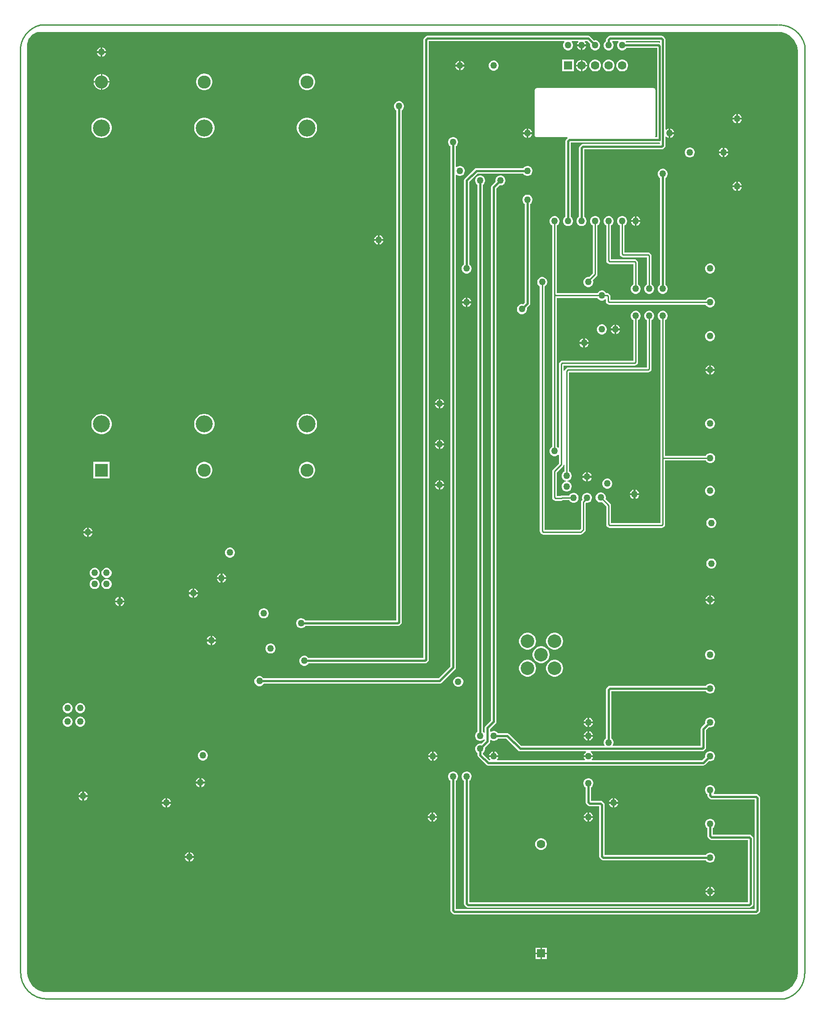
<source format=gbl>
G04*
G04 #@! TF.GenerationSoftware,Altium Limited,Altium Designer,22.6.1 (34)*
G04*
G04 Layer_Physical_Order=4*
G04 Layer_Color=16711680*
%FSLAX25Y25*%
%MOIN*%
G70*
G04*
G04 #@! TF.SameCoordinates,0C23EDBF-805D-421A-8D3F-8ECBED75DDC4*
G04*
G04*
G04 #@! TF.FilePolarity,Positive*
G04*
G01*
G75*
%ADD14C,0.01000*%
%ADD70C,0.06299*%
%ADD71R,0.06299X0.06299*%
%ADD75C,0.12598*%
%ADD76C,0.09646*%
%ADD77R,0.09646X0.09646*%
%ADD79C,0.01500*%
%ADD80C,0.01100*%
%ADD81C,0.10000*%
%ADD82R,0.06299X0.06299*%
%ADD83C,0.05000*%
G36*
X560980Y714957D02*
X562924Y714701D01*
X564818Y714193D01*
X566629Y713443D01*
X568328Y712463D01*
X569883Y711269D01*
X571269Y709883D01*
X572463Y708327D01*
X573443Y706630D01*
X574194Y704818D01*
X574701Y702924D01*
X574957Y700980D01*
X574957Y700000D01*
X574957Y20000D01*
X574957Y19020D01*
X574701Y17076D01*
X574193Y15182D01*
X573443Y13371D01*
X572463Y11672D01*
X571269Y10117D01*
X569883Y8731D01*
X568327Y7537D01*
X566629Y6557D01*
X564818Y5807D01*
X562924Y5299D01*
X560980Y5043D01*
X20000D01*
X19020Y5043D01*
X17076Y5299D01*
X15182Y5806D01*
X13371Y6557D01*
X11672Y7537D01*
X10117Y8731D01*
X8731Y10117D01*
X7537Y11672D01*
X6557Y13371D01*
X5806Y15182D01*
X5299Y17076D01*
X5043Y19020D01*
X5043Y20000D01*
Y705000D01*
Y705653D01*
X5213Y706947D01*
X5551Y708207D01*
X6051Y709413D01*
X6703Y710544D01*
X7498Y711579D01*
X8421Y712502D01*
X9456Y713297D01*
X10587Y713949D01*
X11793Y714449D01*
X13053Y714786D01*
X14347Y714957D01*
X560000D01*
X560980Y714957D01*
D02*
G37*
%LPC*%
G36*
X418423Y704250D02*
X415750D01*
Y701578D01*
X416351Y701739D01*
X417149Y702199D01*
X417801Y702851D01*
X418261Y703649D01*
X418423Y704250D01*
D02*
G37*
G36*
X414250D02*
X411578D01*
X411738Y703649D01*
X412199Y702851D01*
X412851Y702199D01*
X413649Y701739D01*
X414250Y701578D01*
Y704250D01*
D02*
G37*
G36*
X420000Y711988D02*
X300879D01*
X300118Y711837D01*
X299473Y711406D01*
X298594Y710527D01*
X298163Y709882D01*
X298012Y709121D01*
Y251988D01*
X213124D01*
X212961Y252272D01*
X212272Y252961D01*
X211428Y253448D01*
X210487Y253700D01*
X209513D01*
X208572Y253448D01*
X207728Y252961D01*
X207039Y252272D01*
X206552Y251428D01*
X206300Y250487D01*
Y249513D01*
X206552Y248572D01*
X207039Y247728D01*
X207728Y247039D01*
X208572Y246552D01*
X209513Y246300D01*
X210487D01*
X211428Y246552D01*
X212272Y247039D01*
X212961Y247728D01*
X213124Y248012D01*
X299121D01*
X299882Y248163D01*
X300527Y248594D01*
X301406Y249473D01*
X301837Y250118D01*
X301988Y250879D01*
Y708012D01*
X402072D01*
X402279Y707512D01*
X402039Y707272D01*
X401552Y706428D01*
X401300Y705487D01*
Y704513D01*
X401552Y703572D01*
X402039Y702728D01*
X402728Y702039D01*
X403572Y701552D01*
X404513Y701300D01*
X405487D01*
X406428Y701552D01*
X407272Y702039D01*
X407961Y702728D01*
X408448Y703572D01*
X408700Y704513D01*
Y705487D01*
X408448Y706428D01*
X407961Y707272D01*
X407721Y707512D01*
X407928Y708012D01*
X412355D01*
X412562Y707512D01*
X412199Y707149D01*
X411738Y706351D01*
X411578Y705750D01*
X418423D01*
X418261Y706351D01*
X417801Y707149D01*
X417438Y707512D01*
X417645Y708012D01*
X419176D01*
X421385Y705803D01*
X421300Y705487D01*
Y704513D01*
X421552Y703572D01*
X422039Y702728D01*
X422728Y702039D01*
X423572Y701552D01*
X424513Y701300D01*
X425487D01*
X426428Y701552D01*
X427272Y702039D01*
X427961Y702728D01*
X428448Y703572D01*
X428700Y704513D01*
Y705487D01*
X428448Y706428D01*
X427961Y707272D01*
X427272Y707961D01*
X426428Y708448D01*
X425487Y708700D01*
X424513D01*
X424196Y708615D01*
X421406Y711406D01*
X420761Y711837D01*
X420000Y711988D01*
D02*
G37*
G36*
X60750Y703422D02*
Y700750D01*
X63423D01*
X63261Y701351D01*
X62801Y702149D01*
X62149Y702801D01*
X61351Y703262D01*
X60750Y703422D01*
D02*
G37*
G36*
X59250D02*
X58649Y703262D01*
X57851Y702801D01*
X57199Y702149D01*
X56739Y701351D01*
X56577Y700750D01*
X59250D01*
Y703422D01*
D02*
G37*
G36*
X63423Y699250D02*
X60750D01*
Y696578D01*
X61351Y696738D01*
X62149Y697199D01*
X62801Y697851D01*
X63261Y698649D01*
X63423Y699250D01*
D02*
G37*
G36*
X59250D02*
X56577D01*
X56739Y698649D01*
X57199Y697851D01*
X57851Y697199D01*
X58649Y696738D01*
X59250Y696578D01*
Y699250D01*
D02*
G37*
G36*
X325750Y693423D02*
Y690750D01*
X328422D01*
X328261Y691351D01*
X327801Y692149D01*
X327149Y692801D01*
X326351Y693261D01*
X325750Y693423D01*
D02*
G37*
G36*
X324250D02*
X323649Y693261D01*
X322851Y692801D01*
X322199Y692149D01*
X321739Y691351D01*
X321578Y690750D01*
X324250D01*
Y693423D01*
D02*
G37*
G36*
X415546Y694150D02*
X415500D01*
Y690500D01*
X419150D01*
Y690546D01*
X418867Y691602D01*
X418321Y692548D01*
X417548Y693321D01*
X416602Y693867D01*
X415546Y694150D01*
D02*
G37*
G36*
X414500D02*
X414454D01*
X413398Y693867D01*
X412452Y693321D01*
X411680Y692548D01*
X411133Y691602D01*
X410850Y690546D01*
Y690500D01*
X414500D01*
Y694150D01*
D02*
G37*
G36*
X328422Y689250D02*
X325750D01*
Y686578D01*
X326351Y686738D01*
X327149Y687199D01*
X327801Y687851D01*
X328261Y688649D01*
X328422Y689250D01*
D02*
G37*
G36*
X324250D02*
X321578D01*
X321739Y688649D01*
X322199Y687851D01*
X322851Y687199D01*
X323649Y686738D01*
X324250Y686578D01*
Y689250D01*
D02*
G37*
G36*
X350487Y693700D02*
X349513D01*
X348572Y693448D01*
X347728Y692961D01*
X347039Y692272D01*
X346552Y691428D01*
X346300Y690487D01*
Y689513D01*
X346552Y688572D01*
X347039Y687728D01*
X347728Y687039D01*
X348572Y686552D01*
X349513Y686300D01*
X350487D01*
X351428Y686552D01*
X352272Y687039D01*
X352961Y687728D01*
X353448Y688572D01*
X353700Y689513D01*
Y690487D01*
X353448Y691428D01*
X352961Y692272D01*
X352272Y692961D01*
X351428Y693448D01*
X350487Y693700D01*
D02*
G37*
G36*
X419150Y689500D02*
X415500D01*
Y685850D01*
X415546D01*
X416602Y686133D01*
X417548Y686680D01*
X418321Y687452D01*
X418867Y688398D01*
X419150Y689454D01*
Y689500D01*
D02*
G37*
G36*
X414500D02*
X410850D01*
Y689454D01*
X411133Y688398D01*
X411680Y687452D01*
X412452Y686680D01*
X413398Y686133D01*
X414454Y685850D01*
X414500D01*
Y689500D01*
D02*
G37*
G36*
X445573Y694350D02*
X444427D01*
X443321Y694053D01*
X442329Y693480D01*
X441519Y692671D01*
X440947Y691679D01*
X440650Y690573D01*
Y689427D01*
X440947Y688321D01*
X441519Y687329D01*
X442329Y686519D01*
X443321Y685947D01*
X444427Y685650D01*
X445573D01*
X446679Y685947D01*
X447671Y686519D01*
X448481Y687329D01*
X449053Y688321D01*
X449350Y689427D01*
Y690573D01*
X449053Y691679D01*
X448481Y692671D01*
X447671Y693480D01*
X446679Y694053D01*
X445573Y694350D01*
D02*
G37*
G36*
X435573D02*
X434427D01*
X433321Y694053D01*
X432329Y693480D01*
X431520Y692671D01*
X430947Y691679D01*
X430650Y690573D01*
Y689427D01*
X430947Y688321D01*
X431520Y687329D01*
X432329Y686519D01*
X433321Y685947D01*
X434427Y685650D01*
X435573D01*
X436679Y685947D01*
X437671Y686519D01*
X438481Y687329D01*
X439053Y688321D01*
X439350Y689427D01*
Y690573D01*
X439053Y691679D01*
X438481Y692671D01*
X437671Y693480D01*
X436679Y694053D01*
X435573Y694350D01*
D02*
G37*
G36*
X425573D02*
X424427D01*
X423321Y694053D01*
X422329Y693480D01*
X421520Y692671D01*
X420947Y691679D01*
X420650Y690573D01*
Y689427D01*
X420947Y688321D01*
X421520Y687329D01*
X422329Y686519D01*
X423321Y685947D01*
X424427Y685650D01*
X425573D01*
X426679Y685947D01*
X427671Y686519D01*
X428480Y687329D01*
X429053Y688321D01*
X429350Y689427D01*
Y690573D01*
X429053Y691679D01*
X428480Y692671D01*
X427671Y693480D01*
X426679Y694053D01*
X425573Y694350D01*
D02*
G37*
G36*
X409350D02*
X400650D01*
Y685650D01*
X409350D01*
Y694350D01*
D02*
G37*
G36*
X60574Y683795D02*
X60500D01*
Y678472D01*
X65823D01*
Y678546D01*
X65599Y679671D01*
X65160Y680731D01*
X64523Y681684D01*
X63712Y682495D01*
X62758Y683133D01*
X61699Y683571D01*
X60574Y683795D01*
D02*
G37*
G36*
X59500D02*
X59426D01*
X58302Y683571D01*
X57242Y683133D01*
X56288Y682495D01*
X55477Y681684D01*
X54840Y680731D01*
X54401Y679671D01*
X54177Y678546D01*
Y678472D01*
X59500D01*
Y683795D01*
D02*
G37*
G36*
X65823Y677472D02*
X60500D01*
Y672150D01*
X60574D01*
X61699Y672373D01*
X62758Y672812D01*
X63712Y673450D01*
X64523Y674261D01*
X65160Y675214D01*
X65599Y676274D01*
X65823Y677399D01*
Y677472D01*
D02*
G37*
G36*
X59500D02*
X54177D01*
Y677399D01*
X54401Y676274D01*
X54840Y675214D01*
X55477Y674261D01*
X56288Y673450D01*
X57242Y672812D01*
X58302Y672373D01*
X59426Y672150D01*
X59500D01*
Y677472D01*
D02*
G37*
G36*
X212562Y683995D02*
X211375D01*
X210212Y683764D01*
X209116Y683310D01*
X208129Y682651D01*
X207290Y681812D01*
X206631Y680825D01*
X206177Y679729D01*
X205946Y678566D01*
Y677379D01*
X206177Y676216D01*
X206631Y675120D01*
X207290Y674133D01*
X208129Y673294D01*
X209116Y672635D01*
X210212Y672181D01*
X211375Y671950D01*
X212562D01*
X213725Y672181D01*
X214821Y672635D01*
X215808Y673294D01*
X216647Y674133D01*
X217306Y675120D01*
X217760Y676216D01*
X217991Y677379D01*
Y678566D01*
X217760Y679729D01*
X217306Y680825D01*
X216647Y681812D01*
X215808Y682651D01*
X214821Y683310D01*
X213725Y683764D01*
X212562Y683995D01*
D02*
G37*
G36*
X136577D02*
X135391D01*
X134228Y683764D01*
X133131Y683310D01*
X132145Y682651D01*
X131306Y681812D01*
X130647Y680825D01*
X130193Y679729D01*
X129961Y678566D01*
Y677379D01*
X130193Y676216D01*
X130647Y675120D01*
X131306Y674133D01*
X132145Y673294D01*
X133131Y672635D01*
X134228Y672181D01*
X135391Y671950D01*
X136577D01*
X137741Y672181D01*
X138837Y672635D01*
X139824Y673294D01*
X140663Y674133D01*
X141322Y675120D01*
X141776Y676216D01*
X142007Y677379D01*
Y678566D01*
X141776Y679729D01*
X141322Y680825D01*
X140663Y681812D01*
X139824Y682651D01*
X138837Y683310D01*
X137741Y683764D01*
X136577Y683995D01*
D02*
G37*
G36*
X530750Y654190D02*
Y651518D01*
X533423D01*
X533261Y652118D01*
X532801Y652917D01*
X532149Y653568D01*
X531351Y654029D01*
X530750Y654190D01*
D02*
G37*
G36*
X529250D02*
X528649Y654029D01*
X527851Y653568D01*
X527199Y652917D01*
X526739Y652118D01*
X526578Y651518D01*
X529250D01*
Y654190D01*
D02*
G37*
G36*
X533423Y650018D02*
X530750D01*
Y647345D01*
X531351Y647506D01*
X532149Y647967D01*
X532801Y648619D01*
X533261Y649417D01*
X533423Y650018D01*
D02*
G37*
G36*
X529250D02*
X526578D01*
X526739Y649417D01*
X527199Y648619D01*
X527851Y647967D01*
X528649Y647506D01*
X529250Y647345D01*
Y650018D01*
D02*
G37*
G36*
X480750Y643423D02*
Y640750D01*
X483423D01*
X483261Y641351D01*
X482801Y642149D01*
X482149Y642801D01*
X481351Y643261D01*
X480750Y643423D01*
D02*
G37*
G36*
X375750D02*
Y640750D01*
X378422D01*
X378261Y641351D01*
X377801Y642149D01*
X377149Y642801D01*
X376351Y643261D01*
X375750Y643423D01*
D02*
G37*
G36*
X374250D02*
X373649Y643261D01*
X372851Y642801D01*
X372199Y642149D01*
X371739Y641351D01*
X371578Y640750D01*
X374250D01*
Y643423D01*
D02*
G37*
G36*
X474121Y711988D02*
X435879D01*
X435118Y711837D01*
X434473Y711406D01*
X433594Y710527D01*
X433163Y709882D01*
X433012Y709121D01*
Y708124D01*
X432728Y707961D01*
X432039Y707272D01*
X431552Y706428D01*
X431300Y705487D01*
Y704513D01*
X431552Y703572D01*
X432039Y702728D01*
X432728Y702039D01*
X433572Y701552D01*
X434513Y701300D01*
X435487D01*
X436428Y701552D01*
X437272Y702039D01*
X437961Y702728D01*
X438448Y703572D01*
X438700Y704513D01*
Y705487D01*
X438448Y706428D01*
X437961Y707272D01*
X437721Y707512D01*
X437928Y708012D01*
X442072D01*
X442279Y707512D01*
X442039Y707272D01*
X441552Y706428D01*
X441300Y705487D01*
Y704513D01*
X441552Y703572D01*
X442039Y702728D01*
X442728Y702039D01*
X443572Y701552D01*
X444513Y701300D01*
X445487D01*
X446428Y701552D01*
X447272Y702039D01*
X447961Y702728D01*
X448125Y703012D01*
X470812D01*
Y636988D01*
X469477D01*
X469413Y637067D01*
X469256Y637488D01*
X469438Y637760D01*
X469531Y638228D01*
Y672165D01*
X469438Y672634D01*
X469172Y673031D01*
X468775Y673296D01*
X468307Y673389D01*
X381693D01*
X381225Y673296D01*
X380828Y673031D01*
X380562Y672634D01*
X380469Y672165D01*
Y638228D01*
X380562Y637760D01*
X380828Y637363D01*
X381225Y637098D01*
X381693Y637005D01*
X404469D01*
X404621Y636505D01*
X404473Y636406D01*
X403594Y635527D01*
X403163Y634882D01*
X403012Y634121D01*
Y578186D01*
X402728Y578022D01*
X402039Y577333D01*
X401552Y576490D01*
X401300Y575549D01*
Y574574D01*
X401552Y573633D01*
X402039Y572789D01*
X402728Y572101D01*
X403572Y571614D01*
X404513Y571361D01*
X405487D01*
X406428Y571614D01*
X407272Y572101D01*
X407961Y572789D01*
X408448Y573633D01*
X408700Y574574D01*
Y575549D01*
X408448Y576490D01*
X407961Y577333D01*
X407272Y578022D01*
X406988Y578186D01*
Y633012D01*
X472800D01*
X473012Y632838D01*
Y631988D01*
X415879D01*
X415118Y631837D01*
X414473Y631406D01*
X413594Y630527D01*
X413163Y629882D01*
X413012Y629121D01*
Y578186D01*
X412728Y578022D01*
X412039Y577333D01*
X411552Y576490D01*
X411300Y575549D01*
Y574574D01*
X411552Y573633D01*
X412039Y572789D01*
X412728Y572101D01*
X413572Y571614D01*
X414513Y571361D01*
X415487D01*
X416428Y571614D01*
X417272Y572101D01*
X417961Y572789D01*
X418448Y573633D01*
X418700Y574574D01*
Y575549D01*
X418448Y576490D01*
X417961Y577333D01*
X417272Y578022D01*
X416988Y578186D01*
Y628012D01*
X474121D01*
X474882Y628163D01*
X475527Y628594D01*
X476406Y629473D01*
X476837Y630118D01*
X476988Y630879D01*
Y637355D01*
X477488Y637562D01*
X477851Y637199D01*
X478649Y636738D01*
X479250Y636578D01*
Y640000D01*
Y643423D01*
X478649Y643261D01*
X477851Y642801D01*
X477488Y642438D01*
X476988Y642645D01*
Y709121D01*
X476837Y709882D01*
X476406Y710527D01*
X475527Y711406D01*
X474882Y711837D01*
X474121Y711988D01*
D02*
G37*
G36*
X483423Y639250D02*
X480750D01*
Y636578D01*
X481351Y636738D01*
X482149Y637199D01*
X482801Y637851D01*
X483261Y638649D01*
X483423Y639250D01*
D02*
G37*
G36*
X378422D02*
X375750D01*
Y636578D01*
X376351Y636738D01*
X377149Y637199D01*
X377801Y637851D01*
X378261Y638649D01*
X378422Y639250D01*
D02*
G37*
G36*
X374250D02*
X371578D01*
X371739Y638649D01*
X372199Y637851D01*
X372851Y637199D01*
X373649Y636738D01*
X374250Y636578D01*
Y639250D01*
D02*
G37*
G36*
X212707Y651436D02*
X211230D01*
X209781Y651148D01*
X208416Y650583D01*
X207188Y649762D01*
X206143Y648717D01*
X205323Y647489D01*
X204757Y646124D01*
X204469Y644676D01*
Y643198D01*
X204757Y641750D01*
X205323Y640385D01*
X206143Y639156D01*
X207188Y638112D01*
X208416Y637291D01*
X209781Y636726D01*
X211230Y636438D01*
X212707D01*
X214156Y636726D01*
X215521Y637291D01*
X216749Y638112D01*
X217793Y639156D01*
X218614Y640385D01*
X219180Y641750D01*
X219468Y643198D01*
Y644676D01*
X219180Y646124D01*
X218614Y647489D01*
X217793Y648717D01*
X216749Y649762D01*
X215521Y650583D01*
X214156Y651148D01*
X212707Y651436D01*
D02*
G37*
G36*
X136723D02*
X135246D01*
X133797Y651148D01*
X132432Y650583D01*
X131204Y649762D01*
X130159Y648717D01*
X129339Y647489D01*
X128773Y646124D01*
X128485Y644676D01*
Y643198D01*
X128773Y641750D01*
X129339Y640385D01*
X130159Y639156D01*
X131204Y638112D01*
X132432Y637291D01*
X133797Y636726D01*
X135246Y636438D01*
X136723D01*
X138172Y636726D01*
X139536Y637291D01*
X140765Y638112D01*
X141809Y639156D01*
X142630Y640385D01*
X143195Y641750D01*
X143483Y643198D01*
Y644676D01*
X143195Y646124D01*
X142630Y647489D01*
X141809Y648717D01*
X140765Y649762D01*
X139536Y650583D01*
X138172Y651148D01*
X136723Y651436D01*
D02*
G37*
G36*
X60739D02*
X59261D01*
X57813Y651148D01*
X56448Y650583D01*
X55220Y649762D01*
X54175Y648717D01*
X53354Y647489D01*
X52789Y646124D01*
X52501Y644676D01*
Y643198D01*
X52789Y641750D01*
X53354Y640385D01*
X54175Y639156D01*
X55220Y638112D01*
X56448Y637291D01*
X57813Y636726D01*
X59261Y636438D01*
X60739D01*
X62187Y636726D01*
X63552Y637291D01*
X64780Y638112D01*
X65825Y639156D01*
X66646Y640385D01*
X67211Y641750D01*
X67499Y643198D01*
Y644676D01*
X67211Y646124D01*
X66646Y647489D01*
X65825Y648717D01*
X64780Y649762D01*
X63552Y650583D01*
X62187Y651148D01*
X60739Y651436D01*
D02*
G37*
G36*
X520750Y629269D02*
Y626596D01*
X523422D01*
X523261Y627197D01*
X522801Y627995D01*
X522149Y628647D01*
X521351Y629108D01*
X520750Y629269D01*
D02*
G37*
G36*
X519250D02*
X518649Y629108D01*
X517851Y628647D01*
X517199Y627995D01*
X516739Y627197D01*
X516577Y626596D01*
X519250D01*
Y629269D01*
D02*
G37*
G36*
X523422Y625096D02*
X520750D01*
Y622424D01*
X521351Y622585D01*
X522149Y623046D01*
X522801Y623697D01*
X523261Y624495D01*
X523422Y625096D01*
D02*
G37*
G36*
X519250D02*
X516577D01*
X516739Y624495D01*
X517199Y623697D01*
X517851Y623046D01*
X518649Y622585D01*
X519250Y622424D01*
Y625096D01*
D02*
G37*
G36*
X495487Y629546D02*
X494513D01*
X493572Y629294D01*
X492728Y628807D01*
X492039Y628118D01*
X491552Y627275D01*
X491300Y626333D01*
Y625359D01*
X491552Y624418D01*
X492039Y623574D01*
X492728Y622886D01*
X493572Y622399D01*
X494513Y622146D01*
X495487D01*
X496428Y622399D01*
X497272Y622886D01*
X497961Y623574D01*
X498448Y624418D01*
X498700Y625359D01*
Y626333D01*
X498448Y627275D01*
X497961Y628118D01*
X497272Y628807D01*
X496428Y629294D01*
X495487Y629546D01*
D02*
G37*
G36*
X375487Y615865D02*
X374513D01*
X373572Y615613D01*
X372728Y615126D01*
X372039Y614437D01*
X371876Y614153D01*
X337165D01*
X336404Y614002D01*
X335759Y613571D01*
X328594Y606406D01*
X328163Y605761D01*
X328012Y605000D01*
Y543124D01*
X327728Y542961D01*
X327039Y542272D01*
X326552Y541428D01*
X326300Y540487D01*
Y539513D01*
X326552Y538572D01*
X327039Y537728D01*
X327728Y537039D01*
X328572Y536552D01*
X329513Y536300D01*
X330487D01*
X331428Y536552D01*
X332272Y537039D01*
X332961Y537728D01*
X333448Y538572D01*
X333700Y539513D01*
Y540487D01*
X333448Y541428D01*
X332961Y542272D01*
X332272Y542961D01*
X331988Y543124D01*
Y604177D01*
X337989Y610177D01*
X371876D01*
X372039Y609894D01*
X372728Y609205D01*
X373572Y608717D01*
X374513Y608465D01*
X375487D01*
X376428Y608717D01*
X377272Y609205D01*
X377961Y609894D01*
X378448Y610737D01*
X378700Y611678D01*
Y612652D01*
X378448Y613593D01*
X377961Y614437D01*
X377272Y615126D01*
X376428Y615613D01*
X375487Y615865D01*
D02*
G37*
G36*
X320487Y637165D02*
X319513D01*
X318572Y636912D01*
X317728Y636425D01*
X317039Y635736D01*
X316552Y634893D01*
X316300Y633952D01*
Y632977D01*
X316552Y632036D01*
X317039Y631193D01*
X317728Y630504D01*
X318012Y630340D01*
Y245824D01*
X309176Y236988D01*
X179933D01*
X179769Y237272D01*
X179080Y237961D01*
X178237Y238448D01*
X177296Y238700D01*
X176322D01*
X175381Y238448D01*
X174537Y237961D01*
X173848Y237272D01*
X173361Y236428D01*
X173109Y235487D01*
Y234513D01*
X173361Y233572D01*
X173848Y232728D01*
X174537Y232039D01*
X175381Y231552D01*
X176322Y231300D01*
X177296D01*
X178237Y231552D01*
X179080Y232039D01*
X179769Y232728D01*
X179933Y233012D01*
X310000D01*
X310761Y233163D01*
X311406Y233594D01*
X321406Y243594D01*
X321837Y244239D01*
X321988Y245000D01*
Y609237D01*
X322488Y609445D01*
X322728Y609205D01*
X323572Y608717D01*
X324513Y608465D01*
X325487D01*
X326428Y608717D01*
X327272Y609205D01*
X327961Y609894D01*
X328448Y610737D01*
X328700Y611678D01*
Y612652D01*
X328448Y613593D01*
X327961Y614437D01*
X327272Y615126D01*
X326428Y615613D01*
X325487Y615865D01*
X324513D01*
X323572Y615613D01*
X322728Y615126D01*
X322488Y614886D01*
X321988Y615093D01*
Y630340D01*
X322272Y630504D01*
X322961Y631193D01*
X323448Y632036D01*
X323700Y632977D01*
Y633952D01*
X323448Y634893D01*
X322961Y635736D01*
X322272Y636425D01*
X321428Y636912D01*
X320487Y637165D01*
D02*
G37*
G36*
X530750Y604190D02*
Y601518D01*
X533423D01*
X533261Y602118D01*
X532801Y602917D01*
X532149Y603568D01*
X531351Y604029D01*
X530750Y604190D01*
D02*
G37*
G36*
X529250D02*
X528649Y604029D01*
X527851Y603568D01*
X527199Y602917D01*
X526739Y602118D01*
X526578Y601518D01*
X529250D01*
Y604190D01*
D02*
G37*
G36*
X533423Y600018D02*
X530750D01*
Y597345D01*
X531351Y597506D01*
X532149Y597967D01*
X532801Y598619D01*
X533261Y599417D01*
X533423Y600018D01*
D02*
G37*
G36*
X529250D02*
X526578D01*
X526739Y599417D01*
X527199Y598619D01*
X527851Y597967D01*
X528649Y597506D01*
X529250Y597345D01*
Y600018D01*
D02*
G37*
G36*
X455750Y578484D02*
Y575811D01*
X458423D01*
X458261Y576412D01*
X457801Y577211D01*
X457149Y577862D01*
X456351Y578323D01*
X455750Y578484D01*
D02*
G37*
G36*
X454250D02*
X453649Y578323D01*
X452851Y577862D01*
X452199Y577211D01*
X451739Y576412D01*
X451578Y575811D01*
X454250D01*
Y578484D01*
D02*
G37*
G36*
X458423Y574311D02*
X455750D01*
Y571639D01*
X456351Y571800D01*
X457149Y572261D01*
X457801Y572912D01*
X458261Y573710D01*
X458423Y574311D01*
D02*
G37*
G36*
X454250D02*
X451578D01*
X451739Y573710D01*
X452199Y572912D01*
X452851Y572261D01*
X453649Y571800D01*
X454250Y571639D01*
Y574311D01*
D02*
G37*
G36*
X265750Y564564D02*
Y561892D01*
X268423D01*
X268262Y562493D01*
X267801Y563291D01*
X267149Y563942D01*
X266351Y564403D01*
X265750Y564564D01*
D02*
G37*
G36*
X264250D02*
X263649Y564403D01*
X262851Y563942D01*
X262199Y563291D01*
X261738Y562493D01*
X261578Y561892D01*
X264250D01*
Y564564D01*
D02*
G37*
G36*
X268423Y560392D02*
X265750D01*
Y557719D01*
X266351Y557880D01*
X267149Y558341D01*
X267801Y558993D01*
X268262Y559791D01*
X268423Y560392D01*
D02*
G37*
G36*
X264250D02*
X261578D01*
X261738Y559791D01*
X262199Y558993D01*
X262851Y558341D01*
X263649Y557880D01*
X264250Y557719D01*
Y560392D01*
D02*
G37*
G36*
X510487Y543700D02*
X509513D01*
X508572Y543448D01*
X507728Y542961D01*
X507039Y542272D01*
X506552Y541428D01*
X506300Y540487D01*
Y539513D01*
X506552Y538572D01*
X507039Y537728D01*
X507728Y537039D01*
X508572Y536552D01*
X509513Y536300D01*
X510487D01*
X511428Y536552D01*
X512272Y537039D01*
X512961Y537728D01*
X513448Y538572D01*
X513700Y539513D01*
Y540487D01*
X513448Y541428D01*
X512961Y542272D01*
X512272Y542961D01*
X511428Y543448D01*
X510487Y543700D01*
D02*
G37*
G36*
X425487Y578761D02*
X424513D01*
X423572Y578509D01*
X422728Y578022D01*
X422039Y577333D01*
X421552Y576490D01*
X421300Y575549D01*
Y574574D01*
X421552Y573633D01*
X422039Y572789D01*
X422728Y572101D01*
X423216Y571819D01*
Y536383D01*
X420523Y533691D01*
X420487Y533700D01*
X419513D01*
X418572Y533448D01*
X417728Y532961D01*
X417039Y532272D01*
X416552Y531428D01*
X416300Y530487D01*
Y529513D01*
X416552Y528572D01*
X417039Y527728D01*
X417728Y527039D01*
X418572Y526552D01*
X419513Y526300D01*
X420487D01*
X421428Y526552D01*
X422272Y527039D01*
X422961Y527728D01*
X423448Y528572D01*
X423700Y529513D01*
Y530487D01*
X423448Y531428D01*
X423396Y531517D01*
X426262Y534383D01*
X426262Y534383D01*
X426649Y534962D01*
X426784Y535644D01*
X426784Y535644D01*
Y571819D01*
X427272Y572101D01*
X427961Y572789D01*
X428448Y573633D01*
X428700Y574574D01*
Y575549D01*
X428448Y576490D01*
X427961Y577333D01*
X427272Y578022D01*
X426428Y578509D01*
X425487Y578761D01*
D02*
G37*
G36*
X475487Y613700D02*
X474513D01*
X473572Y613448D01*
X472728Y612961D01*
X472039Y612272D01*
X471552Y611428D01*
X471300Y610487D01*
Y609513D01*
X471552Y608572D01*
X472039Y607728D01*
X472728Y607039D01*
X473012Y606876D01*
Y528125D01*
X472728Y527961D01*
X472039Y527272D01*
X471552Y526428D01*
X471300Y525487D01*
Y524513D01*
X471552Y523572D01*
X472039Y522728D01*
X472728Y522039D01*
X473572Y521552D01*
X474513Y521300D01*
X475487D01*
X476428Y521552D01*
X477272Y522039D01*
X477961Y522728D01*
X478448Y523572D01*
X478700Y524513D01*
Y525487D01*
X478448Y526428D01*
X477961Y527272D01*
X477272Y527961D01*
X476988Y528125D01*
Y606876D01*
X477272Y607039D01*
X477961Y607728D01*
X478448Y608572D01*
X478700Y609513D01*
Y610487D01*
X478448Y611428D01*
X477961Y612272D01*
X477272Y612961D01*
X476428Y613448D01*
X475487Y613700D01*
D02*
G37*
G36*
X445487Y578761D02*
X444513D01*
X443572Y578509D01*
X442728Y578022D01*
X442039Y577333D01*
X441552Y576490D01*
X441300Y575549D01*
Y574574D01*
X441552Y573633D01*
X442039Y572789D01*
X442728Y572101D01*
X443216Y571819D01*
Y550644D01*
X443352Y549962D01*
X443738Y549383D01*
X444383Y548738D01*
X444383Y548738D01*
X444962Y548351D01*
X445644Y548216D01*
X445644Y548216D01*
X463216D01*
Y528242D01*
X462728Y527961D01*
X462039Y527272D01*
X461552Y526428D01*
X461300Y525487D01*
Y524513D01*
X461552Y523572D01*
X462039Y522728D01*
X462728Y522039D01*
X463572Y521552D01*
X464513Y521300D01*
X465487D01*
X466428Y521552D01*
X467272Y522039D01*
X467961Y522728D01*
X468448Y523572D01*
X468700Y524513D01*
Y525487D01*
X468448Y526428D01*
X467961Y527272D01*
X467272Y527961D01*
X466784Y528242D01*
Y549356D01*
X466784Y549356D01*
X466648Y550038D01*
X466262Y550617D01*
X466262Y550617D01*
X465617Y551262D01*
X465038Y551649D01*
X464356Y551784D01*
X446784D01*
Y571819D01*
X447272Y572101D01*
X447961Y572789D01*
X448448Y573633D01*
X448700Y574574D01*
Y575549D01*
X448448Y576490D01*
X447961Y577333D01*
X447272Y578022D01*
X446428Y578509D01*
X445487Y578761D01*
D02*
G37*
G36*
X435487Y578700D02*
X434513D01*
X433572Y578448D01*
X432728Y577961D01*
X432039Y577272D01*
X431552Y576428D01*
X431300Y575487D01*
Y574513D01*
X431552Y573572D01*
X432039Y572728D01*
X432728Y572039D01*
X433216Y571758D01*
Y545644D01*
X433352Y544962D01*
X433738Y544383D01*
X434383Y543738D01*
X434383Y543738D01*
X434962Y543352D01*
X435644Y543216D01*
X435644Y543216D01*
X453216D01*
Y528242D01*
X452728Y527961D01*
X452039Y527272D01*
X451552Y526428D01*
X451300Y525487D01*
Y524513D01*
X451552Y523572D01*
X452039Y522728D01*
X452728Y522039D01*
X453572Y521552D01*
X454513Y521300D01*
X455487D01*
X456428Y521552D01*
X457272Y522039D01*
X457961Y522728D01*
X458448Y523572D01*
X458700Y524513D01*
Y525487D01*
X458448Y526428D01*
X457961Y527272D01*
X457272Y527961D01*
X456784Y528242D01*
Y544356D01*
X456784Y544356D01*
X456648Y545039D01*
X456262Y545617D01*
X456262Y545617D01*
X455617Y546262D01*
X455038Y546649D01*
X454356Y546784D01*
X436784D01*
Y571758D01*
X437272Y572039D01*
X437961Y572728D01*
X438448Y573572D01*
X438700Y574513D01*
Y575487D01*
X438448Y576428D01*
X437961Y577272D01*
X437272Y577961D01*
X436428Y578448D01*
X435487Y578700D01*
D02*
G37*
G36*
X330750Y518423D02*
Y515750D01*
X333422D01*
X333261Y516351D01*
X332801Y517149D01*
X332149Y517801D01*
X331351Y518261D01*
X330750Y518423D01*
D02*
G37*
G36*
X329250D02*
X328649Y518261D01*
X327851Y517801D01*
X327199Y517149D01*
X326739Y516351D01*
X326577Y515750D01*
X329250D01*
Y518423D01*
D02*
G37*
G36*
X375487Y594566D02*
X374513D01*
X373572Y594314D01*
X372728Y593827D01*
X372039Y593138D01*
X371552Y592294D01*
X371300Y591353D01*
Y590379D01*
X371552Y589438D01*
X372039Y588594D01*
X372728Y587905D01*
X373012Y587742D01*
Y514945D01*
X371682Y513615D01*
X371366Y513700D01*
X370392D01*
X369450Y513448D01*
X368607Y512961D01*
X367918Y512272D01*
X367431Y511428D01*
X367179Y510487D01*
Y509513D01*
X367431Y508572D01*
X367918Y507728D01*
X368607Y507039D01*
X369450Y506552D01*
X370392Y506300D01*
X371366D01*
X372307Y506552D01*
X373150Y507039D01*
X373839Y507728D01*
X374326Y508572D01*
X374579Y509513D01*
Y510487D01*
X374494Y510804D01*
X376406Y512715D01*
X376837Y513361D01*
X376988Y514121D01*
Y587742D01*
X377272Y587905D01*
X377961Y588594D01*
X378448Y589438D01*
X378700Y590379D01*
Y591353D01*
X378448Y592294D01*
X377961Y593138D01*
X377272Y593827D01*
X376428Y594314D01*
X375487Y594566D01*
D02*
G37*
G36*
X333422Y514250D02*
X330750D01*
Y511578D01*
X331351Y511738D01*
X332149Y512199D01*
X332801Y512851D01*
X333261Y513649D01*
X333422Y514250D01*
D02*
G37*
G36*
X329250D02*
X326577D01*
X326739Y513649D01*
X327199Y512851D01*
X327851Y512199D01*
X328649Y511738D01*
X329250Y511578D01*
Y514250D01*
D02*
G37*
G36*
X395487Y578700D02*
X394513D01*
X393572Y578448D01*
X392728Y577961D01*
X392039Y577272D01*
X391552Y576428D01*
X391300Y575487D01*
Y574513D01*
X391552Y573572D01*
X392039Y572728D01*
X392728Y572039D01*
X393216Y571758D01*
Y520644D01*
Y408242D01*
X392728Y407961D01*
X392039Y407272D01*
X391552Y406428D01*
X391300Y405487D01*
Y404513D01*
X391552Y403572D01*
X392039Y402728D01*
X392728Y402039D01*
X393572Y401552D01*
X394513Y401300D01*
X395487D01*
X396428Y401552D01*
X397272Y402039D01*
X397716Y402483D01*
X398216Y402276D01*
Y395739D01*
X393738Y391262D01*
X393352Y390683D01*
X393216Y390000D01*
Y370644D01*
X393352Y369962D01*
X393738Y369383D01*
X394383Y368738D01*
X394383Y368738D01*
X394962Y368352D01*
X395644Y368216D01*
X395644Y368216D01*
X400000D01*
X400683Y368352D01*
X401216Y368708D01*
X405852D01*
X406134Y368220D01*
X406823Y367531D01*
X407666Y367044D01*
X408607Y366792D01*
X409582D01*
X410523Y367044D01*
X411366Y367531D01*
X412055Y368220D01*
X412542Y369064D01*
X412794Y370005D01*
Y370979D01*
X412542Y371920D01*
X412055Y372764D01*
X411366Y373453D01*
X410523Y373940D01*
X409582Y374192D01*
X408607D01*
X407666Y373940D01*
X406823Y373453D01*
X406134Y372764D01*
X405852Y372276D01*
X400492D01*
X400492Y372276D01*
X399809Y372141D01*
X399276Y371784D01*
X396784D01*
Y389261D01*
X401262Y393738D01*
X401262Y393738D01*
X401649Y394317D01*
X401731Y394735D01*
X402232Y394685D01*
Y389927D01*
X401744Y389645D01*
X401055Y388956D01*
X400568Y388112D01*
X400316Y387171D01*
Y386197D01*
X400568Y385256D01*
X401055Y384412D01*
X401744Y383723D01*
X402588Y383236D01*
X403284Y383050D01*
Y382532D01*
X402588Y382346D01*
X401744Y381858D01*
X401055Y381170D01*
X400568Y380326D01*
X400316Y379385D01*
Y378411D01*
X400568Y377469D01*
X401055Y376626D01*
X401744Y375937D01*
X402588Y375450D01*
X403529Y375198D01*
X404503D01*
X405444Y375450D01*
X406288Y375937D01*
X406977Y376626D01*
X407464Y377469D01*
X407716Y378411D01*
Y379385D01*
X407464Y380326D01*
X406977Y381170D01*
X406288Y381858D01*
X405444Y382346D01*
X404747Y382532D01*
Y383050D01*
X405444Y383236D01*
X406288Y383723D01*
X406977Y384412D01*
X407464Y385256D01*
X407716Y386197D01*
Y387171D01*
X407464Y388112D01*
X406977Y388956D01*
X406288Y389645D01*
X405800Y389927D01*
Y463216D01*
X464356D01*
X465038Y463351D01*
X465617Y463738D01*
X466262Y464383D01*
X466262Y464383D01*
X466648Y464961D01*
X466784Y465644D01*
X466784Y465644D01*
Y501758D01*
X467272Y502039D01*
X467961Y502728D01*
X468448Y503572D01*
X468700Y504513D01*
Y505487D01*
X468448Y506428D01*
X467961Y507272D01*
X467272Y507961D01*
X466428Y508448D01*
X465487Y508700D01*
X464513D01*
X463572Y508448D01*
X462728Y507961D01*
X462039Y507272D01*
X461552Y506428D01*
X461300Y505487D01*
Y504513D01*
X461552Y503572D01*
X462039Y502728D01*
X462728Y502039D01*
X463216Y501758D01*
Y466784D01*
X405000D01*
X405000Y466784D01*
X404317Y466648D01*
X403738Y466262D01*
X402754Y465277D01*
X402367Y464699D01*
X402284Y464281D01*
X401784Y464330D01*
Y468216D01*
X454356D01*
X455038Y468352D01*
X455617Y468738D01*
X456262Y469383D01*
X456262Y469383D01*
X456648Y469962D01*
X456784Y470644D01*
X456784Y470644D01*
Y501758D01*
X457272Y502039D01*
X457961Y502728D01*
X458448Y503572D01*
X458700Y504513D01*
Y505487D01*
X458448Y506428D01*
X457961Y507272D01*
X457272Y507961D01*
X456428Y508448D01*
X455487Y508700D01*
X454513D01*
X453572Y508448D01*
X452728Y507961D01*
X452039Y507272D01*
X451552Y506428D01*
X451300Y505487D01*
Y504513D01*
X451552Y503572D01*
X452039Y502728D01*
X452728Y502039D01*
X453216Y501758D01*
Y471784D01*
X400644D01*
X400644Y471784D01*
X399961Y471649D01*
X399383Y471262D01*
X399383Y471262D01*
X398738Y470617D01*
X398352Y470039D01*
X398216Y469356D01*
Y407724D01*
X397716Y407517D01*
X397272Y407961D01*
X396784Y408242D01*
Y518216D01*
X426758D01*
X427039Y517728D01*
X427728Y517039D01*
X428572Y516552D01*
X429513Y516300D01*
X430487D01*
X431428Y516552D01*
X432272Y517039D01*
X432409Y517177D01*
X432871Y516986D01*
Y515644D01*
X433007Y514961D01*
X433394Y514383D01*
X434038Y513738D01*
X434038Y513738D01*
X434617Y513351D01*
X435300Y513216D01*
X435300Y513216D01*
X506758D01*
X507039Y512728D01*
X507728Y512039D01*
X508572Y511552D01*
X509513Y511300D01*
X510487D01*
X511428Y511552D01*
X512272Y512039D01*
X512961Y512728D01*
X513448Y513572D01*
X513700Y514513D01*
Y515487D01*
X513448Y516428D01*
X512961Y517272D01*
X512272Y517961D01*
X511428Y518448D01*
X510487Y518700D01*
X509513D01*
X508572Y518448D01*
X507728Y517961D01*
X507039Y517272D01*
X506758Y516784D01*
X436440D01*
Y519356D01*
X436440Y519356D01*
X436304Y520039D01*
X435917Y520617D01*
X435917Y520617D01*
X435273Y521262D01*
X434694Y521649D01*
X434011Y521784D01*
X433242D01*
X432961Y522272D01*
X432272Y522961D01*
X431428Y523448D01*
X430487Y523700D01*
X429513D01*
X428572Y523448D01*
X427728Y522961D01*
X427039Y522272D01*
X426758Y521784D01*
X396784D01*
Y571758D01*
X397272Y572039D01*
X397961Y572728D01*
X398448Y573572D01*
X398700Y574513D01*
Y575487D01*
X398448Y576428D01*
X397961Y577272D01*
X397272Y577961D01*
X396428Y578448D01*
X395487Y578700D01*
D02*
G37*
G36*
X440750Y498422D02*
Y495750D01*
X443423D01*
X443261Y496351D01*
X442801Y497149D01*
X442149Y497801D01*
X441351Y498261D01*
X440750Y498422D01*
D02*
G37*
G36*
X439250D02*
X438649Y498261D01*
X437851Y497801D01*
X437199Y497149D01*
X436738Y496351D01*
X436578Y495750D01*
X439250D01*
Y498422D01*
D02*
G37*
G36*
X443423Y494250D02*
X440750D01*
Y491577D01*
X441351Y491739D01*
X442149Y492199D01*
X442801Y492851D01*
X443261Y493649D01*
X443423Y494250D01*
D02*
G37*
G36*
X439250D02*
X436578D01*
X436738Y493649D01*
X437199Y492851D01*
X437851Y492199D01*
X438649Y491739D01*
X439250Y491577D01*
Y494250D01*
D02*
G37*
G36*
X430487Y498700D02*
X429513D01*
X428572Y498448D01*
X427728Y497961D01*
X427039Y497272D01*
X426552Y496428D01*
X426300Y495487D01*
Y494513D01*
X426552Y493572D01*
X427039Y492728D01*
X427728Y492039D01*
X428572Y491552D01*
X429513Y491300D01*
X430487D01*
X431428Y491552D01*
X432272Y492039D01*
X432961Y492728D01*
X433448Y493572D01*
X433700Y494513D01*
Y495487D01*
X433448Y496428D01*
X432961Y497272D01*
X432272Y497961D01*
X431428Y498448D01*
X430487Y498700D01*
D02*
G37*
G36*
X510487Y493700D02*
X509513D01*
X508572Y493448D01*
X507728Y492961D01*
X507039Y492272D01*
X506552Y491428D01*
X506300Y490487D01*
Y489513D01*
X506552Y488572D01*
X507039Y487728D01*
X507728Y487039D01*
X508572Y486552D01*
X509513Y486300D01*
X510487D01*
X511428Y486552D01*
X512272Y487039D01*
X512961Y487728D01*
X513448Y488572D01*
X513700Y489513D01*
Y490487D01*
X513448Y491428D01*
X512961Y492272D01*
X512272Y492961D01*
X511428Y493448D01*
X510487Y493700D01*
D02*
G37*
G36*
X417592Y488422D02*
Y485750D01*
X420264D01*
X420103Y486351D01*
X419642Y487149D01*
X418991Y487801D01*
X418193Y488262D01*
X417592Y488422D01*
D02*
G37*
G36*
X416092D02*
X415491Y488262D01*
X414693Y487801D01*
X414041Y487149D01*
X413580Y486351D01*
X413419Y485750D01*
X416092D01*
Y488422D01*
D02*
G37*
G36*
X420264Y484250D02*
X417592D01*
Y481577D01*
X418193Y481739D01*
X418991Y482199D01*
X419642Y482851D01*
X420103Y483649D01*
X420264Y484250D01*
D02*
G37*
G36*
X416092D02*
X413419D01*
X413580Y483649D01*
X414041Y482851D01*
X414693Y482199D01*
X415491Y481739D01*
X416092Y481577D01*
Y484250D01*
D02*
G37*
G36*
X510750Y468423D02*
Y465750D01*
X513422D01*
X513262Y466351D01*
X512801Y467149D01*
X512149Y467801D01*
X511351Y468261D01*
X510750Y468423D01*
D02*
G37*
G36*
X509250D02*
X508649Y468261D01*
X507851Y467801D01*
X507199Y467149D01*
X506739Y466351D01*
X506577Y465750D01*
X509250D01*
Y468423D01*
D02*
G37*
G36*
X513422Y464250D02*
X510750D01*
Y461578D01*
X511351Y461738D01*
X512149Y462199D01*
X512801Y462851D01*
X513262Y463649D01*
X513422Y464250D01*
D02*
G37*
G36*
X509250D02*
X506577D01*
X506739Y463649D01*
X507199Y462851D01*
X507851Y462199D01*
X508649Y461738D01*
X509250Y461578D01*
Y464250D01*
D02*
G37*
G36*
X310750Y443423D02*
Y440750D01*
X313422D01*
X313262Y441351D01*
X312801Y442149D01*
X312149Y442801D01*
X311351Y443261D01*
X310750Y443423D01*
D02*
G37*
G36*
X309250D02*
X308649Y443261D01*
X307851Y442801D01*
X307199Y442149D01*
X306738Y441351D01*
X306577Y440750D01*
X309250D01*
Y443423D01*
D02*
G37*
G36*
X313422Y439250D02*
X310750D01*
Y436578D01*
X311351Y436738D01*
X312149Y437199D01*
X312801Y437851D01*
X313262Y438649D01*
X313422Y439250D01*
D02*
G37*
G36*
X309250D02*
X306577D01*
X306738Y438649D01*
X307199Y437851D01*
X307851Y437199D01*
X308649Y436738D01*
X309250Y436578D01*
Y439250D01*
D02*
G37*
G36*
X510487Y429017D02*
X509513D01*
X508572Y428765D01*
X507728Y428277D01*
X507039Y427589D01*
X506552Y426745D01*
X506300Y425804D01*
Y424830D01*
X506552Y423889D01*
X507039Y423045D01*
X507728Y422356D01*
X508572Y421869D01*
X509513Y421617D01*
X510487D01*
X511428Y421869D01*
X512272Y422356D01*
X512961Y423045D01*
X513448Y423889D01*
X513700Y424830D01*
Y425804D01*
X513448Y426745D01*
X512961Y427589D01*
X512272Y428277D01*
X511428Y428765D01*
X510487Y429017D01*
D02*
G37*
G36*
X212707Y432499D02*
X211230D01*
X209781Y432211D01*
X208416Y431646D01*
X207188Y430825D01*
X206143Y429780D01*
X205323Y428552D01*
X204757Y427187D01*
X204469Y425739D01*
Y424261D01*
X204757Y422813D01*
X205323Y421448D01*
X206143Y420220D01*
X207188Y419175D01*
X208416Y418354D01*
X209781Y417789D01*
X211230Y417501D01*
X212707D01*
X214156Y417789D01*
X215521Y418354D01*
X216749Y419175D01*
X217793Y420220D01*
X218614Y421448D01*
X219180Y422813D01*
X219468Y424261D01*
Y425739D01*
X219180Y427187D01*
X218614Y428552D01*
X217793Y429780D01*
X216749Y430825D01*
X215521Y431646D01*
X214156Y432211D01*
X212707Y432499D01*
D02*
G37*
G36*
X136723D02*
X135246D01*
X133797Y432211D01*
X132432Y431646D01*
X131204Y430825D01*
X130159Y429780D01*
X129339Y428552D01*
X128773Y427187D01*
X128485Y425739D01*
Y424261D01*
X128773Y422813D01*
X129339Y421448D01*
X130159Y420220D01*
X131204Y419175D01*
X132432Y418354D01*
X133797Y417789D01*
X135246Y417501D01*
X136723D01*
X138172Y417789D01*
X139536Y418354D01*
X140765Y419175D01*
X141809Y420220D01*
X142630Y421448D01*
X143195Y422813D01*
X143483Y424261D01*
Y425739D01*
X143195Y427187D01*
X142630Y428552D01*
X141809Y429780D01*
X140765Y430825D01*
X139536Y431646D01*
X138172Y432211D01*
X136723Y432499D01*
D02*
G37*
G36*
X60739D02*
X59261D01*
X57813Y432211D01*
X56448Y431646D01*
X55220Y430825D01*
X54175Y429780D01*
X53354Y428552D01*
X52789Y427187D01*
X52501Y425739D01*
Y424261D01*
X52789Y422813D01*
X53354Y421448D01*
X54175Y420220D01*
X55220Y419175D01*
X56448Y418354D01*
X57813Y417789D01*
X59261Y417501D01*
X60739D01*
X62187Y417789D01*
X63552Y418354D01*
X64780Y419175D01*
X65825Y420220D01*
X66646Y421448D01*
X67211Y422813D01*
X67499Y424261D01*
Y425739D01*
X67211Y427187D01*
X66646Y428552D01*
X65825Y429780D01*
X64780Y430825D01*
X63552Y431646D01*
X62187Y432211D01*
X60739Y432499D01*
D02*
G37*
G36*
X310750Y413422D02*
Y410750D01*
X313422D01*
X313262Y411351D01*
X312801Y412149D01*
X312149Y412801D01*
X311351Y413262D01*
X310750Y413422D01*
D02*
G37*
G36*
X309250D02*
X308649Y413262D01*
X307851Y412801D01*
X307199Y412149D01*
X306738Y411351D01*
X306577Y410750D01*
X309250D01*
Y413422D01*
D02*
G37*
G36*
X313422Y409250D02*
X310750D01*
Y406577D01*
X311351Y406739D01*
X312149Y407199D01*
X312801Y407851D01*
X313262Y408649D01*
X313422Y409250D01*
D02*
G37*
G36*
X309250D02*
X306577D01*
X306738Y408649D01*
X307199Y407851D01*
X307851Y407199D01*
X308649Y406739D01*
X309250Y406577D01*
Y409250D01*
D02*
G37*
G36*
X475487Y508700D02*
X474513D01*
X473572Y508448D01*
X472728Y507961D01*
X472039Y507272D01*
X471552Y506428D01*
X471300Y505487D01*
Y504513D01*
X471552Y503572D01*
X472039Y502728D01*
X472728Y502039D01*
X473216Y501758D01*
X473216Y399787D01*
X473216Y351784D01*
X436784D01*
Y364877D01*
X436784Y364877D01*
X436649Y365560D01*
X436262Y366139D01*
X432726Y369675D01*
X432871Y370218D01*
Y371193D01*
X432619Y372134D01*
X432132Y372977D01*
X431443Y373666D01*
X430599Y374153D01*
X429658Y374406D01*
X428684D01*
X427743Y374153D01*
X426899Y373666D01*
X426210Y372977D01*
X425723Y372134D01*
X425471Y371193D01*
Y370218D01*
X425723Y369277D01*
X426210Y368434D01*
X426899Y367745D01*
X427743Y367258D01*
X428684Y367005D01*
X429658D01*
X430202Y367151D01*
X433216Y364138D01*
Y350644D01*
X433352Y349961D01*
X433738Y349383D01*
X434383Y348738D01*
X434383Y348738D01*
X434962Y348352D01*
X435644Y348216D01*
X435644Y348216D01*
X474356D01*
X475038Y348352D01*
X475617Y348738D01*
X476262Y349383D01*
X476262Y349383D01*
X476649Y349961D01*
X476784Y350644D01*
X476784Y350644D01*
X476784Y398002D01*
X506837D01*
X507118Y397515D01*
X507807Y396826D01*
X508651Y396339D01*
X509592Y396087D01*
X510566D01*
X511507Y396339D01*
X512351Y396826D01*
X513039Y397515D01*
X513527Y398358D01*
X513779Y399300D01*
Y400274D01*
X513527Y401215D01*
X513039Y402059D01*
X512351Y402747D01*
X511507Y403234D01*
X510566Y403487D01*
X509592D01*
X508651Y403234D01*
X507807Y402747D01*
X507118Y402059D01*
X506837Y401571D01*
X476784D01*
X476784Y501758D01*
X477272Y502039D01*
X477961Y502728D01*
X478448Y503572D01*
X478700Y504513D01*
Y505487D01*
X478448Y506428D01*
X477961Y507272D01*
X477272Y507961D01*
X476428Y508448D01*
X475487Y508700D01*
D02*
G37*
G36*
X419766Y389407D02*
Y386734D01*
X422438D01*
X422277Y387335D01*
X421816Y388133D01*
X421165Y388785D01*
X420367Y389246D01*
X419766Y389407D01*
D02*
G37*
G36*
X418266D02*
X417665Y389246D01*
X416867Y388785D01*
X416215Y388133D01*
X415754Y387335D01*
X415593Y386734D01*
X418266D01*
Y389407D01*
D02*
G37*
G36*
X212562Y396987D02*
X211375D01*
X210212Y396756D01*
X209116Y396302D01*
X208129Y395643D01*
X207290Y394804D01*
X206631Y393817D01*
X206177Y392721D01*
X205946Y391558D01*
Y390371D01*
X206177Y389208D01*
X206631Y388112D01*
X207290Y387125D01*
X208129Y386286D01*
X209116Y385627D01*
X210212Y385173D01*
X211375Y384942D01*
X212562D01*
X213725Y385173D01*
X214821Y385627D01*
X215808Y386286D01*
X216647Y387125D01*
X217306Y388112D01*
X217760Y389208D01*
X217991Y390371D01*
Y391558D01*
X217760Y392721D01*
X217306Y393817D01*
X216647Y394804D01*
X215808Y395643D01*
X214821Y396302D01*
X213725Y396756D01*
X212562Y396987D01*
D02*
G37*
G36*
X136577D02*
X135391D01*
X134228Y396756D01*
X133131Y396302D01*
X132145Y395643D01*
X131306Y394804D01*
X130647Y393817D01*
X130193Y392721D01*
X129961Y391558D01*
Y390371D01*
X130193Y389208D01*
X130647Y388112D01*
X131306Y387125D01*
X132145Y386286D01*
X133131Y385627D01*
X134228Y385173D01*
X135391Y384942D01*
X136577D01*
X137741Y385173D01*
X138837Y385627D01*
X139824Y386286D01*
X140663Y387125D01*
X141322Y388112D01*
X141776Y389208D01*
X142007Y390371D01*
Y391558D01*
X141776Y392721D01*
X141322Y393817D01*
X140663Y394804D01*
X139824Y395643D01*
X138837Y396302D01*
X137741Y396756D01*
X136577Y396987D01*
D02*
G37*
G36*
X66023D02*
X53977D01*
Y384942D01*
X66023D01*
Y396987D01*
D02*
G37*
G36*
X422438Y385234D02*
X419766D01*
Y382562D01*
X420367Y382723D01*
X421165Y383184D01*
X421816Y383835D01*
X422277Y384633D01*
X422438Y385234D01*
D02*
G37*
G36*
X418266D02*
X415593D01*
X415754Y384633D01*
X416215Y383835D01*
X416867Y383184D01*
X417665Y382723D01*
X418266Y382562D01*
Y385234D01*
D02*
G37*
G36*
X310750Y383422D02*
Y380750D01*
X313422D01*
X313262Y381351D01*
X312801Y382149D01*
X312149Y382801D01*
X311351Y383261D01*
X310750Y383422D01*
D02*
G37*
G36*
X309250D02*
X308649Y383261D01*
X307851Y382801D01*
X307199Y382149D01*
X306738Y381351D01*
X306577Y380750D01*
X309250D01*
Y383422D01*
D02*
G37*
G36*
X434503Y384684D02*
X433529D01*
X432588Y384432D01*
X431744Y383945D01*
X431055Y383256D01*
X430568Y382412D01*
X430316Y381471D01*
Y380497D01*
X430568Y379556D01*
X431055Y378712D01*
X431744Y378024D01*
X432588Y377536D01*
X433529Y377284D01*
X434503D01*
X435444Y377536D01*
X436288Y378024D01*
X436976Y378712D01*
X437464Y379556D01*
X437716Y380497D01*
Y381471D01*
X437464Y382412D01*
X436976Y383256D01*
X436288Y383945D01*
X435444Y384432D01*
X434503Y384684D01*
D02*
G37*
G36*
X313422Y379250D02*
X310750D01*
Y376577D01*
X311351Y376739D01*
X312149Y377199D01*
X312801Y377851D01*
X313262Y378649D01*
X313422Y379250D01*
D02*
G37*
G36*
X309250D02*
X306577D01*
X306738Y378649D01*
X307199Y377851D01*
X307851Y377199D01*
X308649Y376739D01*
X309250Y376577D01*
Y379250D01*
D02*
G37*
G36*
X454845Y376493D02*
Y373821D01*
X457517D01*
X457356Y374422D01*
X456895Y375220D01*
X456244Y375872D01*
X455445Y376332D01*
X454845Y376493D01*
D02*
G37*
G36*
X453344D02*
X452743Y376332D01*
X451945Y375872D01*
X451294Y375220D01*
X450833Y374422D01*
X450672Y373821D01*
X453344D01*
Y376493D01*
D02*
G37*
G36*
X510487Y379344D02*
X509513D01*
X508572Y379092D01*
X507728Y378605D01*
X507039Y377916D01*
X506552Y377073D01*
X506300Y376132D01*
Y375157D01*
X506552Y374216D01*
X507039Y373373D01*
X507728Y372684D01*
X508572Y372197D01*
X509513Y371944D01*
X510487D01*
X511428Y372197D01*
X512272Y372684D01*
X512961Y373373D01*
X513448Y374216D01*
X513700Y375157D01*
Y376132D01*
X513448Y377073D01*
X512961Y377916D01*
X512272Y378605D01*
X511428Y379092D01*
X510487Y379344D01*
D02*
G37*
G36*
X457517Y372321D02*
X454845D01*
Y369648D01*
X455445Y369809D01*
X456244Y370270D01*
X456895Y370922D01*
X457356Y371720D01*
X457517Y372321D01*
D02*
G37*
G36*
X453344D02*
X450672D01*
X450833Y371720D01*
X451294Y370922D01*
X451945Y370270D01*
X452743Y369809D01*
X453344Y369648D01*
Y372321D01*
D02*
G37*
G36*
X386353Y533700D02*
X385379D01*
X384438Y533448D01*
X383594Y532961D01*
X382905Y532272D01*
X382418Y531428D01*
X382166Y530487D01*
Y529513D01*
X382418Y528572D01*
X382905Y527728D01*
X383594Y527039D01*
X384082Y526758D01*
Y345866D01*
X384218Y345183D01*
X384605Y344604D01*
X385471Y343738D01*
X385471Y343738D01*
X386050Y343352D01*
X386732Y343216D01*
X386732Y343216D01*
X414356D01*
X415038Y343352D01*
X415617Y343738D01*
X417574Y345695D01*
X417961Y346274D01*
X418097Y346957D01*
Y366452D01*
X418510Y366797D01*
X418529Y366792D01*
X419503D01*
X420444Y367044D01*
X421288Y367531D01*
X421977Y368220D01*
X422464Y369064D01*
X422716Y370005D01*
Y370979D01*
X422464Y371920D01*
X421977Y372764D01*
X421288Y373453D01*
X420444Y373940D01*
X419503Y374192D01*
X418529D01*
X417588Y373940D01*
X416744Y373453D01*
X416055Y372764D01*
X415568Y371920D01*
X415316Y370979D01*
Y370005D01*
X415559Y369096D01*
X415051Y368588D01*
X414664Y368009D01*
X414528Y367326D01*
Y347696D01*
X413617Y346784D01*
X387650D01*
Y526758D01*
X388138Y527039D01*
X388827Y527728D01*
X389314Y528572D01*
X389566Y529513D01*
Y530487D01*
X389314Y531428D01*
X388827Y532272D01*
X388138Y532961D01*
X387294Y533448D01*
X386353Y533700D01*
D02*
G37*
G36*
X511393Y355629D02*
X510418D01*
X509477Y355377D01*
X508634Y354890D01*
X507945Y354201D01*
X507458Y353357D01*
X507205Y352416D01*
Y351442D01*
X507458Y350501D01*
X507945Y349657D01*
X508634Y348968D01*
X509477Y348481D01*
X510418Y348229D01*
X511393D01*
X512334Y348481D01*
X513177Y348968D01*
X513866Y349657D01*
X514353Y350501D01*
X514606Y351442D01*
Y352416D01*
X514353Y353357D01*
X513866Y354201D01*
X513177Y354890D01*
X512334Y355377D01*
X511393Y355629D01*
D02*
G37*
G36*
X50750Y348423D02*
Y345750D01*
X53422D01*
X53262Y346351D01*
X52801Y347149D01*
X52149Y347801D01*
X51351Y348261D01*
X50750Y348423D01*
D02*
G37*
G36*
X49250D02*
X48649Y348261D01*
X47851Y347801D01*
X47199Y347149D01*
X46738Y346351D01*
X46578Y345750D01*
X49250D01*
Y348423D01*
D02*
G37*
G36*
X53422Y344250D02*
X50750D01*
Y341578D01*
X51351Y341739D01*
X52149Y342199D01*
X52801Y342851D01*
X53262Y343649D01*
X53422Y344250D01*
D02*
G37*
G36*
X49250D02*
X46578D01*
X46738Y343649D01*
X47199Y342851D01*
X47851Y342199D01*
X48649Y341739D01*
X49250Y341578D01*
Y344250D01*
D02*
G37*
G36*
X155487Y333700D02*
X154513D01*
X153572Y333448D01*
X152728Y332961D01*
X152039Y332272D01*
X151552Y331428D01*
X151300Y330487D01*
Y329513D01*
X151552Y328572D01*
X152039Y327728D01*
X152728Y327039D01*
X153572Y326552D01*
X154513Y326300D01*
X155487D01*
X156428Y326552D01*
X157272Y327039D01*
X157961Y327728D01*
X158448Y328572D01*
X158700Y329513D01*
Y330487D01*
X158448Y331428D01*
X157961Y332272D01*
X157272Y332961D01*
X156428Y333448D01*
X155487Y333700D01*
D02*
G37*
G36*
X511393Y325629D02*
X510418D01*
X509477Y325377D01*
X508634Y324890D01*
X507945Y324201D01*
X507458Y323357D01*
X507205Y322416D01*
Y321442D01*
X507458Y320501D01*
X507945Y319657D01*
X508634Y318968D01*
X509477Y318481D01*
X510418Y318229D01*
X511393D01*
X512334Y318481D01*
X513177Y318968D01*
X513866Y319657D01*
X514353Y320501D01*
X514606Y321442D01*
Y322416D01*
X514353Y323357D01*
X513866Y324201D01*
X513177Y324890D01*
X512334Y325377D01*
X511393Y325629D01*
D02*
G37*
G36*
X149490Y314564D02*
Y311892D01*
X152163D01*
X152002Y312493D01*
X151541Y313291D01*
X150889Y313942D01*
X150091Y314403D01*
X149490Y314564D01*
D02*
G37*
G36*
X147990D02*
X147389Y314403D01*
X146591Y313942D01*
X145940Y313291D01*
X145479Y312493D01*
X145318Y311892D01*
X147990D01*
Y314564D01*
D02*
G37*
G36*
X64282Y318700D02*
X63308D01*
X62367Y318448D01*
X61523Y317961D01*
X60834Y317272D01*
X60347Y316428D01*
X60095Y315487D01*
Y314513D01*
X60347Y313572D01*
X60834Y312728D01*
X61523Y312039D01*
X62367Y311552D01*
X63308Y311300D01*
X64282D01*
X65223Y311552D01*
X66067Y312039D01*
X66756Y312728D01*
X67243Y313572D01*
X67495Y314513D01*
Y315487D01*
X67243Y316428D01*
X66756Y317272D01*
X66067Y317961D01*
X65223Y318448D01*
X64282Y318700D01*
D02*
G37*
G36*
X55487D02*
X54513D01*
X53572Y318448D01*
X52728Y317961D01*
X52039Y317272D01*
X51552Y316428D01*
X51300Y315487D01*
Y314513D01*
X51552Y313572D01*
X52039Y312728D01*
X52728Y312039D01*
X53572Y311552D01*
X54513Y311300D01*
X55487D01*
X56428Y311552D01*
X57272Y312039D01*
X57961Y312728D01*
X58448Y313572D01*
X58700Y314513D01*
Y315487D01*
X58448Y316428D01*
X57961Y317272D01*
X57272Y317961D01*
X56428Y318448D01*
X55487Y318700D01*
D02*
G37*
G36*
X152163Y310392D02*
X149490D01*
Y307719D01*
X150091Y307880D01*
X150889Y308341D01*
X151541Y308993D01*
X152002Y309791D01*
X152163Y310392D01*
D02*
G37*
G36*
X147990D02*
X145318D01*
X145479Y309791D01*
X145940Y308993D01*
X146591Y308341D01*
X147389Y307880D01*
X147990Y307719D01*
Y310392D01*
D02*
G37*
G36*
X64282Y310413D02*
X63308D01*
X62367Y310160D01*
X61523Y309673D01*
X60834Y308984D01*
X60347Y308141D01*
X60095Y307200D01*
Y306225D01*
X60347Y305284D01*
X60834Y304441D01*
X61523Y303752D01*
X62367Y303265D01*
X63308Y303013D01*
X64282D01*
X65223Y303265D01*
X66067Y303752D01*
X66756Y304441D01*
X67243Y305284D01*
X67495Y306225D01*
Y307200D01*
X67243Y308141D01*
X66756Y308984D01*
X66067Y309673D01*
X65223Y310160D01*
X64282Y310413D01*
D02*
G37*
G36*
X55487D02*
X54513D01*
X53572Y310160D01*
X52728Y309673D01*
X52039Y308984D01*
X51552Y308141D01*
X51300Y307200D01*
Y306225D01*
X51552Y305284D01*
X52039Y304441D01*
X52728Y303752D01*
X53572Y303265D01*
X54513Y303013D01*
X55487D01*
X56428Y303265D01*
X57272Y303752D01*
X57961Y304441D01*
X58448Y305284D01*
X58700Y306225D01*
Y307200D01*
X58448Y308141D01*
X57961Y308984D01*
X57272Y309673D01*
X56428Y310160D01*
X55487Y310413D01*
D02*
G37*
G36*
X128663Y303422D02*
Y300750D01*
X131336D01*
X131175Y301351D01*
X130714Y302149D01*
X130062Y302801D01*
X129264Y303261D01*
X128663Y303422D01*
D02*
G37*
G36*
X127163D02*
X126562Y303261D01*
X125764Y302801D01*
X125113Y302149D01*
X124652Y301351D01*
X124491Y300750D01*
X127163D01*
Y303422D01*
D02*
G37*
G36*
X131336Y299250D02*
X128663D01*
Y296578D01*
X129264Y296739D01*
X130062Y297199D01*
X130714Y297851D01*
X131175Y298649D01*
X131336Y299250D01*
D02*
G37*
G36*
X127163D02*
X124491D01*
X124652Y298649D01*
X125113Y297851D01*
X125764Y297199D01*
X126562Y296739D01*
X127163Y296578D01*
Y299250D01*
D02*
G37*
G36*
X510750Y298423D02*
Y295750D01*
X513422D01*
X513262Y296351D01*
X512801Y297149D01*
X512149Y297801D01*
X511351Y298261D01*
X510750Y298423D01*
D02*
G37*
G36*
X509250D02*
X508649Y298261D01*
X507851Y297801D01*
X507199Y297149D01*
X506739Y296351D01*
X506577Y295750D01*
X509250D01*
Y298423D01*
D02*
G37*
G36*
X74293Y297281D02*
Y294608D01*
X76966D01*
X76805Y295209D01*
X76344Y296007D01*
X75692Y296659D01*
X74894Y297120D01*
X74293Y297281D01*
D02*
G37*
G36*
X72793D02*
X72192Y297120D01*
X71394Y296659D01*
X70743Y296007D01*
X70282Y295209D01*
X70121Y294608D01*
X72793D01*
Y297281D01*
D02*
G37*
G36*
X513422Y294250D02*
X510750D01*
Y291578D01*
X511351Y291739D01*
X512149Y292199D01*
X512801Y292851D01*
X513262Y293649D01*
X513422Y294250D01*
D02*
G37*
G36*
X509250D02*
X506577D01*
X506739Y293649D01*
X507199Y292851D01*
X507851Y292199D01*
X508649Y291739D01*
X509250Y291578D01*
Y294250D01*
D02*
G37*
G36*
X76966Y293108D02*
X74293D01*
Y290436D01*
X74894Y290597D01*
X75692Y291058D01*
X76344Y291709D01*
X76805Y292507D01*
X76966Y293108D01*
D02*
G37*
G36*
X72793D02*
X70121D01*
X70282Y292507D01*
X70743Y291709D01*
X71394Y291058D01*
X72192Y290597D01*
X72793Y290436D01*
Y293108D01*
D02*
G37*
G36*
X180487Y288739D02*
X179513D01*
X178572Y288487D01*
X177728Y288000D01*
X177039Y287311D01*
X176552Y286468D01*
X176300Y285526D01*
Y284552D01*
X176552Y283611D01*
X177039Y282768D01*
X177728Y282079D01*
X178572Y281592D01*
X179513Y281339D01*
X180487D01*
X181428Y281592D01*
X182272Y282079D01*
X182961Y282768D01*
X183448Y283611D01*
X183700Y284552D01*
Y285526D01*
X183448Y286468D01*
X182961Y287311D01*
X182272Y288000D01*
X181428Y288487D01*
X180487Y288739D01*
D02*
G37*
G36*
X280487Y663700D02*
X279513D01*
X278572Y663448D01*
X277728Y662961D01*
X277039Y662272D01*
X276552Y661428D01*
X276300Y660487D01*
Y659513D01*
X276552Y658572D01*
X277039Y657728D01*
X277728Y657039D01*
X278012Y656876D01*
Y279744D01*
X210721D01*
X210557Y280028D01*
X209868Y280717D01*
X209024Y281204D01*
X208083Y281456D01*
X207109D01*
X206168Y281204D01*
X205324Y280717D01*
X204636Y280028D01*
X204148Y279184D01*
X203896Y278243D01*
Y277269D01*
X204148Y276328D01*
X204636Y275484D01*
X205324Y274795D01*
X206168Y274308D01*
X207109Y274056D01*
X208083D01*
X209024Y274308D01*
X209868Y274795D01*
X210557Y275484D01*
X210721Y275768D01*
X279121D01*
X279882Y275919D01*
X280527Y276350D01*
X281406Y277229D01*
X281837Y277874D01*
X281988Y278635D01*
Y656876D01*
X282272Y657039D01*
X282961Y657728D01*
X283448Y658572D01*
X283700Y659513D01*
Y660487D01*
X283448Y661428D01*
X282961Y662272D01*
X282272Y662961D01*
X281428Y663448D01*
X280487Y663700D01*
D02*
G37*
G36*
X142010Y268423D02*
Y265750D01*
X144682D01*
X144521Y266351D01*
X144061Y267149D01*
X143409Y267801D01*
X142611Y268262D01*
X142010Y268423D01*
D02*
G37*
G36*
X140510D02*
X139909Y268262D01*
X139111Y267801D01*
X138459Y267149D01*
X137998Y266351D01*
X137837Y265750D01*
X140510D01*
Y268423D01*
D02*
G37*
G36*
X144682Y264250D02*
X142010D01*
Y261578D01*
X142611Y261738D01*
X143409Y262199D01*
X144061Y262851D01*
X144521Y263649D01*
X144682Y264250D01*
D02*
G37*
G36*
X140510D02*
X137837D01*
X137998Y263649D01*
X138459Y262851D01*
X139111Y262199D01*
X139909Y261738D01*
X140510Y261578D01*
Y264250D01*
D02*
G37*
G36*
X395611Y270688D02*
X394389D01*
X393192Y270450D01*
X392063Y269983D01*
X391048Y269304D01*
X390184Y268441D01*
X389506Y267425D01*
X389038Y266297D01*
X388800Y265099D01*
Y263878D01*
X389038Y262680D01*
X389506Y261551D01*
X390184Y260536D01*
X391048Y259672D01*
X392063Y258994D01*
X393192Y258526D01*
X394389Y258288D01*
X395611D01*
X396809Y258526D01*
X397937Y258994D01*
X398952Y259672D01*
X399816Y260536D01*
X400494Y261551D01*
X400962Y262680D01*
X401200Y263878D01*
Y265099D01*
X400962Y266297D01*
X400494Y267425D01*
X399816Y268441D01*
X398952Y269304D01*
X397937Y269983D01*
X396809Y270450D01*
X395611Y270688D01*
D02*
G37*
G36*
X375611D02*
X374389D01*
X373191Y270450D01*
X372063Y269983D01*
X371048Y269304D01*
X370184Y268441D01*
X369506Y267425D01*
X369038Y266297D01*
X368800Y265099D01*
Y263878D01*
X369038Y262680D01*
X369506Y261551D01*
X370184Y260536D01*
X371048Y259672D01*
X372063Y258994D01*
X373191Y258526D01*
X374389Y258288D01*
X375611D01*
X376809Y258526D01*
X377937Y258994D01*
X378952Y259672D01*
X379816Y260536D01*
X380494Y261551D01*
X380962Y262680D01*
X381200Y263878D01*
Y265099D01*
X380962Y266297D01*
X380494Y267425D01*
X379816Y268441D01*
X378952Y269304D01*
X377937Y269983D01*
X376809Y270450D01*
X375611Y270688D01*
D02*
G37*
G36*
X185487Y262738D02*
X184513D01*
X183572Y262486D01*
X182728Y261998D01*
X182039Y261310D01*
X181552Y260466D01*
X181300Y259525D01*
Y258551D01*
X181552Y257610D01*
X182039Y256766D01*
X182728Y256077D01*
X183572Y255590D01*
X184513Y255338D01*
X185487D01*
X186428Y255590D01*
X187272Y256077D01*
X187961Y256766D01*
X188448Y257610D01*
X188700Y258551D01*
Y259525D01*
X188448Y260466D01*
X187961Y261310D01*
X187272Y261998D01*
X186428Y262486D01*
X185487Y262738D01*
D02*
G37*
G36*
X510487Y258188D02*
X509513D01*
X508572Y257936D01*
X507728Y257449D01*
X507039Y256760D01*
X506552Y255916D01*
X506300Y254975D01*
Y254001D01*
X506552Y253060D01*
X507039Y252216D01*
X507728Y251527D01*
X508572Y251040D01*
X509513Y250788D01*
X510487D01*
X511428Y251040D01*
X512272Y251527D01*
X512961Y252216D01*
X513448Y253060D01*
X513700Y254001D01*
Y254975D01*
X513448Y255916D01*
X512961Y256760D01*
X512272Y257449D01*
X511428Y257936D01*
X510487Y258188D01*
D02*
G37*
G36*
X385611Y260688D02*
X384389D01*
X383191Y260450D01*
X382063Y259982D01*
X381048Y259304D01*
X380184Y258440D01*
X379506Y257425D01*
X379038Y256297D01*
X378800Y255099D01*
Y253877D01*
X379038Y252680D01*
X379506Y251551D01*
X380184Y250536D01*
X381048Y249672D01*
X382063Y248994D01*
X383191Y248526D01*
X384389Y248288D01*
X385611D01*
X386808Y248526D01*
X387937Y248994D01*
X388952Y249672D01*
X389816Y250536D01*
X390494Y251551D01*
X390962Y252680D01*
X391200Y253877D01*
Y255099D01*
X390962Y256297D01*
X390494Y257425D01*
X389816Y258440D01*
X388952Y259304D01*
X387937Y259982D01*
X386808Y260450D01*
X385611Y260688D01*
D02*
G37*
G36*
X395611Y250688D02*
X394389D01*
X393192Y250450D01*
X392063Y249983D01*
X391048Y249304D01*
X390184Y248441D01*
X389506Y247425D01*
X389038Y246297D01*
X388800Y245099D01*
Y243878D01*
X389038Y242680D01*
X389506Y241551D01*
X390184Y240536D01*
X391048Y239672D01*
X392063Y238994D01*
X393192Y238526D01*
X394389Y238288D01*
X395611D01*
X396809Y238526D01*
X397937Y238994D01*
X398952Y239672D01*
X399816Y240536D01*
X400494Y241551D01*
X400962Y242680D01*
X401200Y243878D01*
Y245099D01*
X400962Y246297D01*
X400494Y247425D01*
X399816Y248441D01*
X398952Y249304D01*
X397937Y249983D01*
X396809Y250450D01*
X395611Y250688D01*
D02*
G37*
G36*
X375611D02*
X374389D01*
X373191Y250450D01*
X372063Y249983D01*
X371048Y249304D01*
X370184Y248441D01*
X369506Y247425D01*
X369038Y246297D01*
X368800Y245099D01*
Y243878D01*
X369038Y242680D01*
X369506Y241551D01*
X370184Y240536D01*
X371048Y239672D01*
X372063Y238994D01*
X373191Y238526D01*
X374389Y238288D01*
X375611D01*
X376809Y238526D01*
X377937Y238994D01*
X378952Y239672D01*
X379816Y240536D01*
X380494Y241551D01*
X380962Y242680D01*
X381200Y243878D01*
Y245099D01*
X380962Y246297D01*
X380494Y247425D01*
X379816Y248441D01*
X378952Y249304D01*
X377937Y249983D01*
X376809Y250450D01*
X375611Y250688D01*
D02*
G37*
G36*
X324267Y238188D02*
X323293D01*
X322352Y237936D01*
X321508Y237449D01*
X320819Y236760D01*
X320332Y235916D01*
X320080Y234975D01*
Y234001D01*
X320332Y233060D01*
X320819Y232216D01*
X321508Y231527D01*
X322352Y231040D01*
X323293Y230788D01*
X324267D01*
X325208Y231040D01*
X326052Y231527D01*
X326741Y232216D01*
X327228Y233060D01*
X327480Y234001D01*
Y234975D01*
X327228Y235916D01*
X326741Y236760D01*
X326052Y237449D01*
X325208Y237936D01*
X324267Y238188D01*
D02*
G37*
G36*
X44788Y218700D02*
X43814D01*
X42873Y218448D01*
X42029Y217961D01*
X41340Y217272D01*
X40853Y216428D01*
X40601Y215487D01*
Y214513D01*
X40853Y213572D01*
X41340Y212728D01*
X42029Y212039D01*
X42873Y211552D01*
X43814Y211300D01*
X44788D01*
X45729Y211552D01*
X46573Y212039D01*
X47262Y212728D01*
X47749Y213572D01*
X48001Y214513D01*
Y215487D01*
X47749Y216428D01*
X47262Y217272D01*
X46573Y217961D01*
X45729Y218448D01*
X44788Y218700D01*
D02*
G37*
G36*
X35487D02*
X34513D01*
X33572Y218448D01*
X32728Y217961D01*
X32039Y217272D01*
X31552Y216428D01*
X31300Y215487D01*
Y214513D01*
X31552Y213572D01*
X32039Y212728D01*
X32728Y212039D01*
X33572Y211552D01*
X34513Y211300D01*
X35487D01*
X36428Y211552D01*
X37272Y212039D01*
X37961Y212728D01*
X38448Y213572D01*
X38700Y214513D01*
Y215487D01*
X38448Y216428D01*
X37961Y217272D01*
X37272Y217961D01*
X36428Y218448D01*
X35487Y218700D01*
D02*
G37*
G36*
X420750Y207911D02*
Y205238D01*
X423422D01*
X423261Y205839D01*
X422801Y206637D01*
X422149Y207289D01*
X421351Y207750D01*
X420750Y207911D01*
D02*
G37*
G36*
X419250D02*
X418649Y207750D01*
X417851Y207289D01*
X417199Y206637D01*
X416739Y205839D01*
X416577Y205238D01*
X419250D01*
Y207911D01*
D02*
G37*
G36*
X44788Y208700D02*
X43814D01*
X42873Y208448D01*
X42029Y207961D01*
X41340Y207272D01*
X40853Y206428D01*
X40601Y205487D01*
Y204513D01*
X40853Y203572D01*
X41340Y202728D01*
X42029Y202039D01*
X42873Y201552D01*
X43814Y201300D01*
X44788D01*
X45729Y201552D01*
X46573Y202039D01*
X47262Y202728D01*
X47749Y203572D01*
X48001Y204513D01*
Y205487D01*
X47749Y206428D01*
X47262Y207272D01*
X46573Y207961D01*
X45729Y208448D01*
X44788Y208700D01*
D02*
G37*
G36*
X35487D02*
X34513D01*
X33572Y208448D01*
X32728Y207961D01*
X32039Y207272D01*
X31552Y206428D01*
X31300Y205487D01*
Y204513D01*
X31552Y203572D01*
X32039Y202728D01*
X32728Y202039D01*
X33572Y201552D01*
X34513Y201300D01*
X35487D01*
X36428Y201552D01*
X37272Y202039D01*
X37961Y202728D01*
X38448Y203572D01*
X38700Y204513D01*
Y205487D01*
X38448Y206428D01*
X37961Y207272D01*
X37272Y207961D01*
X36428Y208448D01*
X35487Y208700D01*
D02*
G37*
G36*
X423422Y203738D02*
X420750D01*
Y201066D01*
X421351Y201227D01*
X422149Y201688D01*
X422801Y202339D01*
X423261Y203137D01*
X423422Y203738D01*
D02*
G37*
G36*
X419250D02*
X416577D01*
X416739Y203137D01*
X417199Y202339D01*
X417851Y201688D01*
X418649Y201227D01*
X419250Y201066D01*
Y203738D01*
D02*
G37*
G36*
X355487Y608779D02*
X354513D01*
X353572Y608527D01*
X352728Y608040D01*
X352039Y607351D01*
X351552Y606507D01*
X351300Y605566D01*
Y604592D01*
X351385Y604275D01*
X348594Y601485D01*
X348163Y600840D01*
X348012Y600079D01*
Y205823D01*
X343929Y201741D01*
X343498Y201096D01*
X343347Y200335D01*
Y197036D01*
X342847Y196874D01*
X342272Y197449D01*
X341988Y197613D01*
Y601954D01*
X342272Y602118D01*
X342961Y602807D01*
X343448Y603651D01*
X343700Y604592D01*
Y605566D01*
X343448Y606507D01*
X342961Y607351D01*
X342272Y608040D01*
X341428Y608527D01*
X340487Y608779D01*
X339513D01*
X338572Y608527D01*
X337728Y608040D01*
X337039Y607351D01*
X336552Y606507D01*
X336300Y605566D01*
Y604592D01*
X336552Y603651D01*
X337039Y602807D01*
X337728Y602118D01*
X338012Y601954D01*
Y197613D01*
X337728Y197449D01*
X337039Y196760D01*
X336552Y195916D01*
X336300Y194975D01*
Y194001D01*
X336552Y193060D01*
X337039Y192216D01*
X337728Y191527D01*
X338572Y191040D01*
X339513Y190788D01*
X340487D01*
X341428Y191040D01*
X342272Y191527D01*
X342847Y192102D01*
X343347Y191941D01*
Y191158D01*
X340804Y188615D01*
X340487Y188700D01*
X339513D01*
X338572Y188448D01*
X337728Y187961D01*
X337039Y187272D01*
X336552Y186428D01*
X336300Y185487D01*
Y184513D01*
X336552Y183572D01*
X337039Y182728D01*
X337728Y182039D01*
X338129Y181808D01*
Y180250D01*
X338280Y179489D01*
X338711Y178844D01*
X344473Y173082D01*
X345118Y172651D01*
X345879Y172500D01*
X505000D01*
X505761Y172651D01*
X506406Y173082D01*
X509197Y175873D01*
X509513Y175788D01*
X510487D01*
X511428Y176040D01*
X512272Y176527D01*
X512961Y177216D01*
X513448Y178060D01*
X513700Y179001D01*
Y179975D01*
X513448Y180916D01*
X512961Y181760D01*
X512272Y182449D01*
X511428Y182936D01*
X510487Y183188D01*
X509513D01*
X508572Y182936D01*
X507728Y182449D01*
X507039Y181760D01*
X506552Y180916D01*
X506300Y179975D01*
Y179001D01*
X506385Y178685D01*
X504177Y176476D01*
X422645D01*
X422438Y176976D01*
X422801Y177339D01*
X423261Y178137D01*
X423422Y178738D01*
X416577D01*
X416739Y178137D01*
X417199Y177339D01*
X417562Y176976D01*
X417355Y176476D01*
X352645D01*
X352438Y176976D01*
X352801Y177339D01*
X353261Y178137D01*
X353422Y178738D01*
X346578D01*
X346739Y178137D01*
X347199Y177339D01*
X347562Y176976D01*
X347355Y176476D01*
X346702D01*
X342105Y181073D01*
Y181943D01*
X342272Y182039D01*
X342961Y182728D01*
X343448Y183572D01*
X343700Y184513D01*
Y185487D01*
X343615Y185803D01*
X346741Y188929D01*
X347172Y189574D01*
X347323Y190335D01*
Y191297D01*
X347823Y191473D01*
X348572Y191040D01*
X349513Y190788D01*
X350487D01*
X351428Y191040D01*
X352272Y191527D01*
X352961Y192216D01*
X353124Y192500D01*
X359176D01*
X368082Y183594D01*
X368727Y183163D01*
X369488Y183012D01*
X418103D01*
X418237Y182512D01*
X417851Y182289D01*
X417199Y181637D01*
X416739Y180839D01*
X416577Y180238D01*
X423422D01*
X423261Y180839D01*
X422801Y181637D01*
X422149Y182289D01*
X421763Y182512D01*
X421897Y183012D01*
X504121D01*
X504882Y183163D01*
X505527Y183594D01*
X506406Y184473D01*
X506837Y185118D01*
X506988Y185879D01*
Y198665D01*
X509197Y200873D01*
X509513Y200788D01*
X510487D01*
X511428Y201040D01*
X512272Y201527D01*
X512961Y202216D01*
X513448Y203060D01*
X513700Y204001D01*
Y204975D01*
X513448Y205916D01*
X512961Y206760D01*
X512272Y207449D01*
X511428Y207936D01*
X510487Y208188D01*
X509513D01*
X508572Y207936D01*
X507728Y207449D01*
X507039Y206760D01*
X506552Y205916D01*
X506300Y204975D01*
Y204001D01*
X506385Y203685D01*
X503594Y200894D01*
X503163Y200249D01*
X503012Y199488D01*
Y186988D01*
X438406D01*
X438118Y187488D01*
X438448Y188060D01*
X438700Y189001D01*
Y189975D01*
X438448Y190916D01*
X437961Y191760D01*
X437272Y192449D01*
X436988Y192613D01*
Y227500D01*
X506876D01*
X507039Y227216D01*
X507728Y226527D01*
X508572Y226040D01*
X509513Y225788D01*
X510487D01*
X511428Y226040D01*
X512272Y226527D01*
X512961Y227216D01*
X513448Y228060D01*
X513700Y229001D01*
Y229975D01*
X513448Y230916D01*
X512961Y231760D01*
X512272Y232449D01*
X511428Y232936D01*
X510487Y233188D01*
X509513D01*
X508572Y232936D01*
X507728Y232449D01*
X507039Y231760D01*
X506876Y231476D01*
X435879D01*
X435118Y231325D01*
X434473Y230894D01*
X433594Y230015D01*
X433163Y229370D01*
X433012Y228609D01*
Y192613D01*
X432728Y192449D01*
X432039Y191760D01*
X431552Y190916D01*
X431300Y189975D01*
Y189001D01*
X431552Y188060D01*
X431882Y187488D01*
X431594Y186988D01*
X370312D01*
X361406Y195894D01*
X360761Y196325D01*
X360000Y196476D01*
X353124D01*
X352961Y196760D01*
X352272Y197449D01*
X351428Y197936D01*
X350487Y198188D01*
X349513D01*
X348572Y197936D01*
X347823Y197504D01*
X347323Y197680D01*
Y199511D01*
X351406Y203594D01*
X351837Y204239D01*
X351988Y205000D01*
Y599255D01*
X354197Y601464D01*
X354513Y601379D01*
X355487D01*
X356428Y601631D01*
X357272Y602118D01*
X357961Y602807D01*
X358448Y603651D01*
X358700Y604592D01*
Y605566D01*
X358448Y606507D01*
X357961Y607351D01*
X357272Y608040D01*
X356428Y608527D01*
X355487Y608779D01*
D02*
G37*
G36*
X420750Y197911D02*
Y195238D01*
X423422D01*
X423261Y195839D01*
X422801Y196637D01*
X422149Y197289D01*
X421351Y197750D01*
X420750Y197911D01*
D02*
G37*
G36*
X419250D02*
X418649Y197750D01*
X417851Y197289D01*
X417199Y196637D01*
X416739Y195839D01*
X416577Y195238D01*
X419250D01*
Y197911D01*
D02*
G37*
G36*
X423422Y193738D02*
X420750D01*
Y191066D01*
X421351Y191227D01*
X422149Y191688D01*
X422801Y192339D01*
X423261Y193137D01*
X423422Y193738D01*
D02*
G37*
G36*
X419250D02*
X416577D01*
X416739Y193137D01*
X417199Y192339D01*
X417851Y191688D01*
X418649Y191227D01*
X419250Y191066D01*
Y193738D01*
D02*
G37*
G36*
X350750Y182911D02*
Y180238D01*
X353422D01*
X353261Y180839D01*
X352801Y181637D01*
X352149Y182289D01*
X351351Y182750D01*
X350750Y182911D01*
D02*
G37*
G36*
X349250D02*
X348649Y182750D01*
X347851Y182289D01*
X347199Y181637D01*
X346739Y180839D01*
X346578Y180238D01*
X349250D01*
Y182911D01*
D02*
G37*
G36*
X305750D02*
Y180238D01*
X308422D01*
X308261Y180839D01*
X307801Y181637D01*
X307149Y182289D01*
X306351Y182750D01*
X305750Y182911D01*
D02*
G37*
G36*
X304250D02*
X303649Y182750D01*
X302851Y182289D01*
X302199Y181637D01*
X301739Y180839D01*
X301577Y180238D01*
X304250D01*
Y182911D01*
D02*
G37*
G36*
X135487Y183700D02*
X134513D01*
X133572Y183448D01*
X132728Y182961D01*
X132039Y182272D01*
X131552Y181428D01*
X131300Y180487D01*
Y179513D01*
X131552Y178572D01*
X132039Y177728D01*
X132728Y177039D01*
X133572Y176552D01*
X134513Y176300D01*
X135487D01*
X136428Y176552D01*
X137272Y177039D01*
X137961Y177728D01*
X138448Y178572D01*
X138700Y179513D01*
Y180487D01*
X138448Y181428D01*
X137961Y182272D01*
X137272Y182961D01*
X136428Y183448D01*
X135487Y183700D01*
D02*
G37*
G36*
X308422Y178738D02*
X305750D01*
Y176066D01*
X306351Y176227D01*
X307149Y176688D01*
X307801Y177339D01*
X308261Y178137D01*
X308422Y178738D01*
D02*
G37*
G36*
X304250D02*
X301577D01*
X301739Y178137D01*
X302199Y177339D01*
X302851Y176688D01*
X303649Y176227D01*
X304250Y176066D01*
Y178738D01*
D02*
G37*
G36*
X133837Y163423D02*
Y160750D01*
X136510D01*
X136349Y161351D01*
X135888Y162149D01*
X135237Y162801D01*
X134438Y163261D01*
X133837Y163423D01*
D02*
G37*
G36*
X132337D02*
X131737Y163261D01*
X130938Y162801D01*
X130287Y162149D01*
X129826Y161351D01*
X129665Y160750D01*
X132337D01*
Y163423D01*
D02*
G37*
G36*
X136510Y159250D02*
X133837D01*
Y156578D01*
X134438Y156738D01*
X135237Y157199D01*
X135888Y157851D01*
X136349Y158649D01*
X136510Y159250D01*
D02*
G37*
G36*
X132337D02*
X129665D01*
X129826Y158649D01*
X130287Y157851D01*
X130938Y157199D01*
X131737Y156738D01*
X132337Y156578D01*
Y159250D01*
D02*
G37*
G36*
X47207Y153422D02*
Y150750D01*
X49879D01*
X49718Y151351D01*
X49257Y152149D01*
X48606Y152801D01*
X47808Y153261D01*
X47207Y153422D01*
D02*
G37*
G36*
X45707D02*
X45106Y153261D01*
X44308Y152801D01*
X43656Y152149D01*
X43195Y151351D01*
X43034Y150750D01*
X45707D01*
Y153422D01*
D02*
G37*
G36*
X49879Y149250D02*
X47207D01*
Y146578D01*
X47808Y146739D01*
X48606Y147199D01*
X49257Y147851D01*
X49718Y148649D01*
X49879Y149250D01*
D02*
G37*
G36*
X45707D02*
X43034D01*
X43195Y148649D01*
X43656Y147851D01*
X44308Y147199D01*
X45106Y146739D01*
X45707Y146578D01*
Y149250D01*
D02*
G37*
G36*
X439392Y148423D02*
Y145750D01*
X442064D01*
X441903Y146351D01*
X441442Y147149D01*
X440791Y147801D01*
X439993Y148261D01*
X439392Y148423D01*
D02*
G37*
G36*
X437892D02*
X437291Y148261D01*
X436493Y147801D01*
X435841Y147149D01*
X435380Y146351D01*
X435219Y145750D01*
X437892D01*
Y148423D01*
D02*
G37*
G36*
X108742D02*
Y145750D01*
X111415D01*
X111254Y146351D01*
X110793Y147149D01*
X110141Y147801D01*
X109343Y148261D01*
X108742Y148423D01*
D02*
G37*
G36*
X107242D02*
X106641Y148261D01*
X105843Y147801D01*
X105191Y147149D01*
X104731Y146351D01*
X104570Y145750D01*
X107242D01*
Y148423D01*
D02*
G37*
G36*
X442064Y144250D02*
X439392D01*
Y141577D01*
X439993Y141738D01*
X440791Y142199D01*
X441442Y142851D01*
X441903Y143649D01*
X442064Y144250D01*
D02*
G37*
G36*
X437892D02*
X435219D01*
X435380Y143649D01*
X435841Y142851D01*
X436493Y142199D01*
X437291Y141738D01*
X437892Y141577D01*
Y144250D01*
D02*
G37*
G36*
X111415D02*
X108742D01*
Y141577D01*
X109343Y141738D01*
X110141Y142199D01*
X110793Y142851D01*
X111254Y143649D01*
X111415Y144250D01*
D02*
G37*
G36*
X107242D02*
X104570D01*
X104731Y143649D01*
X105191Y142851D01*
X105843Y142199D01*
X106641Y141738D01*
X107242Y141577D01*
Y144250D01*
D02*
G37*
G36*
X420750Y137911D02*
Y135238D01*
X423422D01*
X423261Y135839D01*
X422801Y136637D01*
X422149Y137289D01*
X421351Y137750D01*
X420750Y137911D01*
D02*
G37*
G36*
X419250D02*
X418649Y137750D01*
X417851Y137289D01*
X417199Y136637D01*
X416739Y135839D01*
X416577Y135238D01*
X419250D01*
Y137911D01*
D02*
G37*
G36*
X305415D02*
Y135238D01*
X308088D01*
X307927Y135839D01*
X307466Y136637D01*
X306814Y137289D01*
X306016Y137750D01*
X305415Y137911D01*
D02*
G37*
G36*
X303915D02*
X303314Y137750D01*
X302516Y137289D01*
X301865Y136637D01*
X301404Y135839D01*
X301243Y135238D01*
X303915D01*
Y137911D01*
D02*
G37*
G36*
X423422Y133738D02*
X420750D01*
Y131066D01*
X421351Y131227D01*
X422149Y131687D01*
X422801Y132339D01*
X423261Y133137D01*
X423422Y133738D01*
D02*
G37*
G36*
X419250D02*
X416577D01*
X416739Y133137D01*
X417199Y132339D01*
X417851Y131687D01*
X418649Y131227D01*
X419250Y131066D01*
Y133738D01*
D02*
G37*
G36*
X308088D02*
X305415D01*
Y131066D01*
X306016Y131227D01*
X306814Y131687D01*
X307466Y132339D01*
X307927Y133137D01*
X308088Y133738D01*
D02*
G37*
G36*
X303915D02*
X301243D01*
X301404Y133137D01*
X301865Y132339D01*
X302516Y131687D01*
X303314Y131227D01*
X303915Y131066D01*
Y133738D01*
D02*
G37*
G36*
X385573Y118838D02*
X384427D01*
X383321Y118541D01*
X382329Y117969D01*
X381520Y117159D01*
X380947Y116167D01*
X380650Y115061D01*
Y113916D01*
X380947Y112809D01*
X381520Y111818D01*
X382329Y111008D01*
X383321Y110435D01*
X384427Y110139D01*
X385573D01*
X386679Y110435D01*
X387671Y111008D01*
X388480Y111818D01*
X389053Y112809D01*
X389350Y113916D01*
Y115061D01*
X389053Y116167D01*
X388480Y117159D01*
X387671Y117969D01*
X386679Y118541D01*
X385573Y118838D01*
D02*
G37*
G36*
X125750Y108423D02*
Y105750D01*
X128422D01*
X128261Y106351D01*
X127801Y107149D01*
X127149Y107801D01*
X126351Y108262D01*
X125750Y108423D01*
D02*
G37*
G36*
X124250D02*
X123649Y108262D01*
X122851Y107801D01*
X122199Y107149D01*
X121739Y106351D01*
X121578Y105750D01*
X124250D01*
Y108423D01*
D02*
G37*
G36*
X128422Y104250D02*
X125750D01*
Y101577D01*
X126351Y101739D01*
X127149Y102199D01*
X127801Y102851D01*
X128261Y103649D01*
X128422Y104250D01*
D02*
G37*
G36*
X124250D02*
X121578D01*
X121739Y103649D01*
X122199Y102851D01*
X122851Y102199D01*
X123649Y101739D01*
X124250Y101577D01*
Y104250D01*
D02*
G37*
G36*
X420487Y163188D02*
X419513D01*
X418572Y162936D01*
X417728Y162449D01*
X417039Y161760D01*
X416552Y160916D01*
X416300Y159975D01*
Y159001D01*
X416552Y158060D01*
X417039Y157216D01*
X417728Y156527D01*
X418012Y156364D01*
Y145367D01*
X418163Y144606D01*
X418594Y143961D01*
X419473Y143082D01*
X420118Y142651D01*
X420879Y142500D01*
X428012D01*
Y105367D01*
X428163Y104606D01*
X428594Y103961D01*
X429473Y103082D01*
X430118Y102651D01*
X430879Y102500D01*
X506876D01*
X507039Y102216D01*
X507728Y101527D01*
X508572Y101040D01*
X509513Y100788D01*
X510487D01*
X511428Y101040D01*
X512272Y101527D01*
X512961Y102216D01*
X513448Y103060D01*
X513700Y104001D01*
Y104975D01*
X513448Y105916D01*
X512961Y106760D01*
X512272Y107449D01*
X511428Y107936D01*
X510487Y108188D01*
X509513D01*
X508572Y107936D01*
X507728Y107449D01*
X507039Y106760D01*
X506876Y106476D01*
X431988D01*
Y143609D01*
X431837Y144370D01*
X431406Y145015D01*
X430527Y145894D01*
X429882Y146325D01*
X429121Y146476D01*
X421988D01*
Y156364D01*
X422272Y156527D01*
X422961Y157216D01*
X423448Y158060D01*
X423700Y159001D01*
Y159975D01*
X423448Y160916D01*
X422961Y161760D01*
X422272Y162449D01*
X421428Y162936D01*
X420487Y163188D01*
D02*
G37*
G36*
X510750Y82911D02*
Y80238D01*
X513422D01*
X513262Y80839D01*
X512801Y81637D01*
X512149Y82289D01*
X511351Y82750D01*
X510750Y82911D01*
D02*
G37*
G36*
X509250D02*
X508649Y82750D01*
X507851Y82289D01*
X507199Y81637D01*
X506739Y80839D01*
X506577Y80238D01*
X509250D01*
Y82911D01*
D02*
G37*
G36*
X513422Y78738D02*
X510750D01*
Y76066D01*
X511351Y76227D01*
X512149Y76688D01*
X512801Y77339D01*
X513262Y78137D01*
X513422Y78738D01*
D02*
G37*
G36*
X509250D02*
X506577D01*
X506739Y78137D01*
X507199Y77339D01*
X507851Y76688D01*
X508649Y76227D01*
X509250Y76066D01*
Y78738D01*
D02*
G37*
G36*
X330487Y168188D02*
X329513D01*
X328572Y167936D01*
X327728Y167449D01*
X327039Y166760D01*
X326552Y165916D01*
X326300Y164975D01*
Y164001D01*
X326552Y163060D01*
X327039Y162216D01*
X327728Y161527D01*
X328012Y161364D01*
Y70367D01*
X328163Y69606D01*
X328594Y68961D01*
X329473Y68082D01*
X330118Y67651D01*
X330879Y67500D01*
X539121D01*
X539882Y67651D01*
X540527Y68082D01*
X541406Y68961D01*
X541837Y69606D01*
X541988Y70367D01*
Y118609D01*
X541837Y119370D01*
X541406Y120015D01*
X540527Y120894D01*
X539882Y121325D01*
X539121Y121476D01*
X511988D01*
Y126364D01*
X512272Y126527D01*
X512961Y127216D01*
X513448Y128060D01*
X513700Y129001D01*
Y129975D01*
X513448Y130916D01*
X512961Y131760D01*
X512272Y132449D01*
X511428Y132936D01*
X510487Y133188D01*
X509513D01*
X508572Y132936D01*
X507728Y132449D01*
X507039Y131760D01*
X506552Y130916D01*
X506300Y129975D01*
Y129001D01*
X506552Y128060D01*
X507039Y127216D01*
X507728Y126527D01*
X508012Y126364D01*
Y120367D01*
X508163Y119606D01*
X508594Y118961D01*
X509473Y118082D01*
X510118Y117651D01*
X510879Y117500D01*
X538012D01*
Y71476D01*
X331988D01*
Y161364D01*
X332272Y161527D01*
X332961Y162216D01*
X333448Y163060D01*
X333700Y164001D01*
Y164975D01*
X333448Y165916D01*
X332961Y166760D01*
X332272Y167449D01*
X331428Y167936D01*
X330487Y168188D01*
D02*
G37*
G36*
X320487D02*
X319513D01*
X318572Y167936D01*
X317728Y167449D01*
X317039Y166760D01*
X316552Y165916D01*
X316300Y164975D01*
Y164001D01*
X316552Y163060D01*
X317039Y162216D01*
X317728Y161527D01*
X318012Y161364D01*
Y65367D01*
X318163Y64606D01*
X318594Y63961D01*
X319473Y63082D01*
X320118Y62651D01*
X320879Y62500D01*
X544121D01*
X544882Y62651D01*
X545527Y63082D01*
X546406Y63961D01*
X546837Y64606D01*
X546988Y65367D01*
Y148609D01*
X546837Y149370D01*
X546406Y150015D01*
X545527Y150894D01*
X544882Y151325D01*
X544121Y151476D01*
X512928D01*
X512721Y151976D01*
X512961Y152216D01*
X513448Y153060D01*
X513700Y154001D01*
Y154975D01*
X513448Y155916D01*
X512961Y156760D01*
X512272Y157449D01*
X511428Y157936D01*
X510487Y158188D01*
X509513D01*
X508572Y157936D01*
X507728Y157449D01*
X507039Y156760D01*
X506552Y155916D01*
X506300Y154975D01*
Y154001D01*
X506552Y153060D01*
X507039Y152216D01*
X507728Y151527D01*
X508012Y151364D01*
Y150367D01*
X508163Y149606D01*
X508594Y148961D01*
X509473Y148082D01*
X510118Y147651D01*
X510879Y147500D01*
X543012D01*
Y66476D01*
X321988D01*
Y161364D01*
X322272Y161527D01*
X322961Y162216D01*
X323448Y163060D01*
X323700Y164001D01*
Y164975D01*
X323448Y165916D01*
X322961Y166760D01*
X322272Y167449D01*
X321428Y167936D01*
X320487Y168188D01*
D02*
G37*
G36*
X389150Y37929D02*
X385500D01*
Y34280D01*
X389150D01*
Y37929D01*
D02*
G37*
G36*
X384500D02*
X380850D01*
Y34280D01*
X384500D01*
Y37929D01*
D02*
G37*
G36*
X389150Y33280D02*
X385500D01*
Y29630D01*
X389150D01*
Y33280D01*
D02*
G37*
G36*
X384500D02*
X380850D01*
Y29630D01*
X384500D01*
Y33280D01*
D02*
G37*
%LPD*%
G36*
X473012Y707172D02*
X472512Y706871D01*
X471921Y706988D01*
X448125D01*
X447961Y707272D01*
X447721Y707512D01*
X447928Y708012D01*
X473012D01*
Y707172D01*
D02*
G37*
D14*
X580000Y705000D02*
G03*
X560826Y720000I-18924J-4435D01*
G01*
X227Y19994D02*
G03*
X20000Y0I19429J-560D01*
G01*
X15000Y720000D02*
G03*
X28Y700002I4435J-18924D01*
G01*
X565000Y0D02*
G03*
X580000Y19174I-4435J18924D01*
G01*
X580000Y705000D02*
X580000Y18924D01*
X35000Y720000D02*
X560000Y720000D01*
X15000Y720000D02*
X35000D01*
X-0Y700000D02*
X0Y20000D01*
X20000Y-0D02*
X565000Y-0D01*
D70*
X385000Y114488D02*
D03*
X425000Y690000D02*
D03*
X415000D02*
D03*
X435000D02*
D03*
X445000D02*
D03*
D71*
X385000Y33779D02*
D03*
D75*
X135984Y643937D02*
D03*
Y425000D02*
D03*
X211968D02*
D03*
Y643937D02*
D03*
X60000D02*
D03*
Y425000D02*
D03*
D76*
X135984Y677972D02*
D03*
Y390965D02*
D03*
X211968Y677972D02*
D03*
Y390965D02*
D03*
X60000Y677972D02*
D03*
D77*
Y390965D02*
D03*
D79*
X375000Y514121D02*
Y590866D01*
X370879Y510000D02*
X375000Y514121D01*
X475000Y525000D02*
Y610000D01*
X405000Y575061D02*
Y634121D01*
X415000Y575061D02*
Y629121D01*
X415879Y630000D01*
X405000Y634121D02*
X405879Y635000D01*
X320000Y245000D02*
Y633465D01*
X176809Y235000D02*
X310000D01*
X320000Y245000D01*
X405879Y635000D02*
X472800D01*
X340000Y194488D02*
Y605079D01*
X350000Y600079D02*
X355000Y605079D01*
X350000Y205000D02*
Y600079D01*
X337165Y612165D02*
X375000D01*
X330000Y605000D02*
X337165Y612165D01*
X345335Y200335D02*
X350000Y205000D01*
X340000Y185000D02*
X345335Y190335D01*
Y200335D01*
X340000Y185000D02*
X340117Y184883D01*
Y180250D02*
Y184883D01*
Y180250D02*
X345879Y174488D01*
X350000Y194488D02*
X360000D01*
X369488Y185000D01*
X504121D01*
X505000Y185879D02*
Y199488D01*
X504121Y185000D02*
X505000Y185879D01*
X345879Y174488D02*
X505000D01*
X510000Y120367D02*
Y129488D01*
Y150367D02*
X510879Y149488D01*
X510000Y150367D02*
Y154488D01*
Y120367D02*
X510879Y119488D01*
X505000Y199488D02*
X510000Y204488D01*
X435000Y228609D02*
X435879Y229488D01*
X510000D01*
X505000Y174488D02*
X510000Y179488D01*
X430879Y104488D02*
X510000D01*
X420000Y145367D02*
X420879Y144488D01*
X330879Y69488D02*
X539121D01*
X320879Y64488D02*
X544121D01*
X330000Y70367D02*
Y164488D01*
X320000Y65367D02*
Y164488D01*
X330000Y70367D02*
X330879Y69488D01*
X320000Y65367D02*
X320879Y64488D01*
X430000Y105367D02*
X430879Y104488D01*
X420000Y145367D02*
Y159488D01*
X429121Y144488D02*
X430000Y143609D01*
X420879Y144488D02*
X429121D01*
X430000Y105367D02*
Y143609D01*
X435000Y189488D02*
Y228609D01*
X544121Y64488D02*
X545000Y65367D01*
X539121Y69488D02*
X540000Y70367D01*
Y118609D01*
X545000Y65367D02*
Y148609D01*
X539121Y119488D02*
X540000Y118609D01*
X510879Y119488D02*
X539121D01*
X544121Y149488D02*
X545000Y148609D01*
X510879Y149488D02*
X544121D01*
X330000Y540000D02*
Y605000D01*
X280000Y278635D02*
Y660000D01*
X207596Y277756D02*
X279121D01*
X280000Y278635D01*
X299121Y250000D02*
X300000Y250879D01*
Y709121D01*
X300879Y710000D02*
X420000D01*
X300000Y709121D02*
X300879Y710000D01*
X210000Y250000D02*
X299121D01*
X474121Y630000D02*
X475000Y630879D01*
X415879Y630000D02*
X474121D01*
X475000Y630879D02*
Y709121D01*
X472800Y635000D02*
Y704121D01*
X474121Y710000D02*
X475000Y709121D01*
X435879Y710000D02*
X474121D01*
X445000Y705000D02*
X471921D01*
X472800Y704121D01*
X435000Y709121D02*
X435879Y710000D01*
X435000Y705000D02*
Y709121D01*
X420000Y710000D02*
X425000Y705000D01*
D80*
X445000Y550644D02*
X445644Y550000D01*
X464356D01*
X445000Y550644D02*
Y575061D01*
X464356Y550000D02*
X465000Y549356D01*
Y525000D02*
Y549356D01*
X435000Y545644D02*
Y575000D01*
Y545644D02*
X435644Y545000D01*
X454356D01*
X455000Y544356D01*
Y525000D02*
Y544356D01*
X465000Y465644D02*
Y505000D01*
X405000Y465000D02*
X464356D01*
X465000Y465644D01*
X435300Y515000D02*
X510000D01*
X430000Y520000D02*
X434011D01*
X434656Y519356D01*
Y515644D02*
Y519356D01*
Y515644D02*
X435300Y515000D01*
X395644Y520000D02*
X430000D01*
X404016Y464016D02*
X405000Y465000D01*
X404016Y386684D02*
Y464016D01*
X400644Y470000D02*
X454356D01*
X455000Y470644D02*
Y505000D01*
X400000Y395000D02*
Y469356D01*
X400644Y470000D01*
X454356D02*
X455000Y470644D01*
X395000Y370644D02*
Y390000D01*
X400000Y395000D01*
X395000Y370644D02*
X395644Y370000D01*
X400000D01*
X400492Y370492D01*
X409094D01*
X416313Y346957D02*
Y367326D01*
X414356Y345000D02*
X416313Y346957D01*
X386732Y345000D02*
X414356D01*
X419016Y370029D02*
Y370492D01*
X416313Y367326D02*
X419016Y370029D01*
X385866Y345866D02*
X386732Y345000D01*
X385866Y345866D02*
Y530000D01*
X395000Y520644D02*
Y575000D01*
Y520644D02*
X395644Y520000D01*
X395000Y405000D02*
Y520644D01*
X420000Y530000D02*
Y530644D01*
X425000Y535644D01*
Y575061D01*
X475000Y505000D02*
X475000Y399787D01*
X475000Y350644D01*
X475000Y399787D02*
X510079D01*
X435644Y350000D02*
X474356D01*
X475000Y350644D01*
X435000D02*
X435644Y350000D01*
X435000Y350644D02*
Y364877D01*
X429171Y370706D02*
X435000Y364877D01*
D81*
X385000Y254488D02*
D03*
X375000Y264488D02*
D03*
X395000D02*
D03*
Y244488D02*
D03*
X375000D02*
D03*
D82*
X405000Y690000D02*
D03*
D83*
X375000Y640000D02*
D03*
X480000D02*
D03*
X370879Y510000D02*
D03*
X430000Y495000D02*
D03*
X495000Y625846D02*
D03*
X438642Y145000D02*
D03*
X310000Y440000D02*
D03*
Y410000D02*
D03*
Y380000D02*
D03*
X475000Y525000D02*
D03*
X465000D02*
D03*
X455000D02*
D03*
X465000Y505000D02*
D03*
X455000D02*
D03*
X440000Y495000D02*
D03*
X385866Y530000D02*
D03*
X420000D02*
D03*
X395000Y405000D02*
D03*
X475000Y505000D02*
D03*
X430000Y520000D02*
D03*
X510000Y295000D02*
D03*
X454095Y373071D02*
D03*
X419016Y385984D02*
D03*
X409094Y370492D02*
D03*
X434016Y380984D02*
D03*
X404016Y378898D02*
D03*
Y386684D02*
D03*
X429171Y370706D02*
D03*
X419016Y370492D02*
D03*
X510906Y321929D02*
D03*
X510079Y399787D02*
D03*
X510000Y375644D02*
D03*
X510906Y351929D02*
D03*
X510000Y425317D02*
D03*
X425000Y575061D02*
D03*
X435000Y575000D02*
D03*
X455000Y575061D02*
D03*
X415000D02*
D03*
X395000Y575000D02*
D03*
X405000Y575061D02*
D03*
X445000D02*
D03*
X323780Y234488D02*
D03*
X340000Y194488D02*
D03*
Y185000D02*
D03*
X350000Y194488D02*
D03*
Y179488D02*
D03*
X420000Y194488D02*
D03*
Y204488D02*
D03*
X304665Y134488D02*
D03*
X330000Y164488D02*
D03*
X320000D02*
D03*
X305000Y179488D02*
D03*
X420000D02*
D03*
Y159488D02*
D03*
X435000Y189488D02*
D03*
X420000Y134488D02*
D03*
X510000Y254488D02*
D03*
Y79488D02*
D03*
Y104488D02*
D03*
Y129488D02*
D03*
Y154488D02*
D03*
Y179488D02*
D03*
Y204488D02*
D03*
Y229488D02*
D03*
X355000Y605079D02*
D03*
X340000D02*
D03*
X475000Y610000D02*
D03*
X530000Y600768D02*
D03*
Y650768D02*
D03*
X330000Y515000D02*
D03*
Y540000D02*
D03*
X375000Y590866D02*
D03*
Y612165D02*
D03*
X265000Y561142D02*
D03*
X520000Y625846D02*
D03*
X60000Y700000D02*
D03*
X416842Y485000D02*
D03*
X510000Y465000D02*
D03*
Y490000D02*
D03*
Y515000D02*
D03*
Y540000D02*
D03*
X325000Y690000D02*
D03*
X207596Y277756D02*
D03*
X280000Y660000D02*
D03*
X350000Y690000D02*
D03*
X415000Y705000D02*
D03*
X405000D02*
D03*
X445000D02*
D03*
X435000D02*
D03*
X425000D02*
D03*
X210000Y250000D02*
D03*
X325000Y612165D02*
D03*
X320000Y633465D02*
D03*
X176809Y235000D02*
D03*
X185000Y259038D02*
D03*
X180000Y285039D02*
D03*
X135000Y180000D02*
D03*
X63795Y306713D02*
D03*
X55000D02*
D03*
X63795Y315000D02*
D03*
X44301Y215000D02*
D03*
X35000D02*
D03*
X44301Y205000D02*
D03*
X125000Y105000D02*
D03*
X141260Y265000D02*
D03*
X107992Y145000D02*
D03*
X133087Y160000D02*
D03*
X46457Y150000D02*
D03*
X35000Y205000D02*
D03*
X148740Y311142D02*
D03*
X155000Y330000D02*
D03*
X127913Y300000D02*
D03*
X73543Y293858D02*
D03*
X55000Y315000D02*
D03*
X50000Y345000D02*
D03*
M02*

</source>
